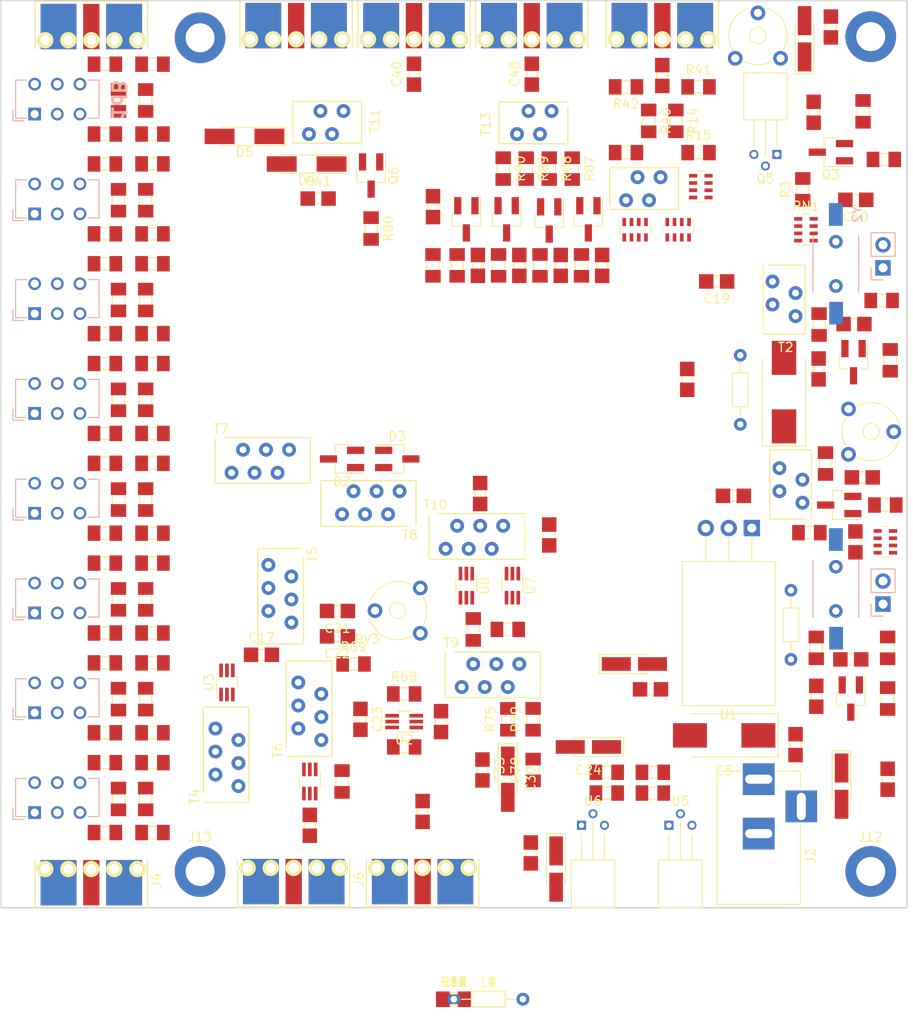
<source format=kicad_pcb>
(kicad_pcb (version 4) (host pcbnew 4.0.7-e2-6376~58~ubuntu14.04.1)
  (layers (0 F.Cu signal) (31 B.Cu signal) (34 B.Paste user) (35 F.Paste user) (36 B.SilkS user) (37 F.SilkS user) (38 B.Mask user) (39 F.Mask user) (44 Edge.Cuts user))
  (net 0 "")
  (net 1 GND)
  (net 2 "Net-(C2-Pad1)")
  (net 3 "Net-(C6-Pad1)")
  (net 4 "Net-(C16-Pad2)")
  (net 5 "Net-(C11-Pad1)")
  (net 6 "Net-(C9-Pad1)")
  (net 7 "Net-(C13-Pad1)")
  (net 8 "Net-(C15-Pad2)")
  (net 9 "Net-(C15-Pad1)")
  (net 10 "Net-(C16-Pad1)")
  (net 11 +6V)
  (net 12 "Net-(C18-Pad1)")
  (net 13 "Net-(C19-Pad2)")
  (net 14 "Net-(C19-Pad1)")
  (net 15 "Net-(C21-Pad2)")
  (net 16 "Net-(C23-Pad2)")
  (net 17 LO)
  (net 18 "Net-(C31-Pad2)")
  (net 19 "Net-(C32-Pad1)")
  (net 20 "Net-(C1-Pad2)")
  (net 21 "Net-(C10-Pad1)")
  (net 22 "Net-(R4-Pad1)")
  (net 23 "Net-(R10-Pad1)")
  (net 24 "Net-(R14-Pad2)")
  (net 25 "Net-(R16-Pad1)")
  (net 26 "Net-(R20-Pad1)")
  (net 27 "Net-(C12-Pad1)")
  (net 28 "Net-(R27-Pad1)")
  (net 29 "Net-(R29-Pad1)")
  (net 30 "Net-(R33-Pad1)")
  (net 31 "Net-(R36-Pad1)")
  (net 32 "Net-(R43-Pad1)")
  (net 33 "Net-(R45-Pad1)")
  (net 34 "Net-(R49-Pad1)")
  (net 35 "Net-(R51-Pad1)")
  (net 36 "Net-(R55-Pad1)")
  (net 37 "Net-(R57-Pad1)")
  (net 38 "Net-(R61-Pad1)")
  (net 39 "Net-(R63-Pad1)")
  (net 40 "Net-(R69-Pad1)")
  (net 41 "Net-(R70-Pad1)")
  (net 42 "Net-(C10-Pad2)")
  (net 43 "Net-(C12-Pad2)")
  (net 44 "Net-(RN3-Pad1)")
  (net 45 "Net-(Q3-Pad3)")
  (net 46 "Net-(Q4-Pad3)")
  (net 47 "Net-(C32-Pad2)")
  (net 48 "Net-(C13-Pad2)")
  (net 49 "Net-(C31-Pad1)")
  (net 50 "Net-(C18-Pad2)")
  (net 51 "Net-(J3-Pad1)")
  (net 52 "Net-(J4-Pad1)")
  (net 53 "Net-(SW1-Pad1)")
  (net 54 "Net-(SW1-Pad2)")
  (net 55 "Net-(SW2-Pad1)")
  (net 56 "Net-(SW2-Pad2)")
  (net 57 "Net-(SW3-Pad1)")
  (net 58 "Net-(SW3-Pad2)")
  (net 59 "Net-(SW4-Pad1)")
  (net 60 "Net-(SW4-Pad2)")
  (net 61 "Net-(SW5-Pad1)")
  (net 62 "Net-(SW5-Pad2)")
  (net 63 "Net-(SW6-Pad1)")
  (net 64 "Net-(SW6-Pad2)")
  (net 65 "Net-(SW7-Pad1)")
  (net 66 "Net-(SW7-Pad2)")
  (net 67 "Net-(SW8-Pad1)")
  (net 68 "Net-(C14-Pad1)")
  (net 69 "Net-(T4-Pad3)")
  (net 70 "Net-(T4-Pad4)")
  (net 71 "Net-(T4-Pad6)")
  (net 72 "Net-(T5-Pad6)")
  (net 73 "Net-(T6-Pad3)")
  (net 74 "Net-(T6-Pad6)")
  (net 75 +5V)
  (net 76 VXO)
  (net 77 "Net-(C24-Pad1)")
  (net 78 IF)
  (net 79 RF)
  (net 80 "Net-(D2-Pad1)")
  (net 81 "Net-(D2-Pad2)")
  (net 82 "Net-(D3-Pad3)")
  (net 83 "Net-(D2-Pad3)")
  (net 84 +12V)
  (net 85 "Net-(C30-Pad1)")
  (net 86 "Net-(T10-Pad3)")
  (net 87 "Net-(C34-Pad2)")
  (net 88 "Net-(R75-Pad2)")
  (net 89 "Net-(R76-Pad1)")
  (net 90 "Net-(R77-Pad1)")
  (net 91 "Net-(T9-Pad3)")
  (net 92 "Net-(T9-Pad6)")
  (net 93 "Net-(T10-Pad6)")
  (net 94 TX)
  (net 95 RX)
  (net 96 "Net-(C38-Pad1)")
  (net 97 "Net-(C39-Pad1)")
  (net 98 "Net-(C40-Pad2)")
  (net 99 "Net-(C40-Pad1)")
  (net 100 "Net-(C41-Pad2)")
  (net 101 "Net-(C41-Pad1)")
  (net 102 "Net-(C42-Pad2)")
  (net 103 "Net-(C42-Pad1)")
  (net 104 "Net-(C43-Pad2)")
  (net 105 "Net-(C43-Pad1)")
  (net 106 "Net-(C44-Pad2)")
  (net 107 "Net-(C45-Pad2)")
  (net 108 "Net-(C46-Pad2)")
  (net 109 "Net-(C47-Pad2)")
  (net 110 "Net-(C47-Pad1)")
  (net 111 "Net-(C48-Pad2)")
  (net 112 "Net-(C48-Pad1)")
  (net 113 "Net-(C49-Pad1)")
  (net 114 "Net-(C50-Pad1)")
  (net 115 "Net-(C53-Pad2)")
  (net 116 "Net-(D7-Pad1)")
  (net 117 "Net-(Q10-Pad2)")
  (net 118 "Net-(D4-Pad1)")
  (module TO_SOT_Packages_SMD:SOT-23_Handsoldering (layer F.Cu) (at 128.524 54.229 270)
    (fp_text reference Q9 hide)
    (fp_text value MMBTFJ310 hide)
    (pad 1 smd rect (at -1.5 -0.95 270) (size 1.9 0.8) (layers F.Cu F.Paste F.Mask) (net 107 "Net-(C45-Pad2)"))
    (pad 2 smd rect (at -1.5 0.95 270) (size 1.9 0.8) (layers F.Cu F.Paste F.Mask) (net 117 "Net-(Q10-Pad2)"))
    (pad 3 smd rect (at 1.5 0 270) (size 1.9 0.8) (layers F.Cu F.Paste F.Mask) (net 110 "Net-(C47-Pad1)"))
  )
  (module RX998:C_1206_0603 (layer F.Cu) (at 161.798 102.616 180)
    (fp_text reference C9 hide)
    (fp_text value 68)
    (pad 2 smd rect (at 1.15 0 180) (size 1.6 1.6) (layers F.Cu F.Paste F.Mask) (net 5 "Net-(C11-Pad1)"))
    (pad 1 smd rect (at -1.15 0 180) (size 1.6 1.6) (layers F.Cu F.Paste F.Mask) (net 6 "Net-(C9-Pad1)"))
  )
  (module RX998:C_1206_0603 (layer F.Cu) (at 157.988 106.68 270)
    (fp_text reference C11 hide)
    (fp_text value 100 hide)
    (pad 2 smd rect (at 1.15 0 270) (size 1.6 1.6) (layers F.Cu F.Paste F.Mask) (net 1 GND))
    (pad 1 smd rect (at -1.15 0 270) (size 1.6 1.6) (layers F.Cu F.Paste F.Mask) (net 5 "Net-(C11-Pad1)"))
  )
  (module RX998:C_1206_0603 (layer F.Cu) (at 163.068 82.55)
    (fp_text reference C13 hide)
    (fp_text value 100nF hide)
    (pad 2 smd rect (at 1.15 0) (size 1.6 1.6) (layers F.Cu F.Paste F.Mask) (net 48 "Net-(C13-Pad2)"))
    (pad 1 smd rect (at -1.15 0) (size 1.6 1.6) (layers F.Cu F.Paste F.Mask) (net 7 "Net-(C13-Pad1)"))
  )
  (module RX998:C_1206_0603 (layer F.Cu) (at 114.554 119.38 90)
    (fp_text reference C14 hide)
    (fp_text value 100nF hide)
    (pad 2 smd rect (at 1.15 0 90) (size 1.6 1.6) (layers F.Cu F.Paste F.Mask) (net 76 VXO))
    (pad 1 smd rect (at -1.15 0 90) (size 1.6 1.6) (layers F.Cu F.Paste F.Mask) (net 68 "Net-(C14-Pad1)"))
  )
  (module RX998:C_1206_0603 (layer F.Cu) (at 116.586 109.474 90)
    (fp_text reference C15 hide)
    (fp_text value 100nF hide)
    (pad 2 smd rect (at 1.15 0 90) (size 1.6 1.6) (layers F.Cu F.Paste F.Mask) (net 8 "Net-(C15-Pad2)"))
    (pad 1 smd rect (at -1.15 0 90) (size 1.6 1.6) (layers F.Cu F.Paste F.Mask) (net 9 "Net-(C15-Pad1)"))
  )
  (module RX998:C_1206_0603 (layer F.Cu) (at 96.774 102.108)
    (fp_text reference C17 (at 0 -1.9) (layer F.SilkS))
    (fp_text value 100nF)
    (pad 2 smd rect (at 1.15 0) (size 1.6 1.6) (layers F.Cu F.Paste F.Mask) (net 1 GND))
    (pad 1 smd rect (at -1.15 0) (size 1.6 1.6) (layers F.Cu F.Paste F.Mask) (net 11 +6V))
  )
  (module RX998:C_1206_0603 (layer F.Cu) (at 147 60.95 180)
    (fp_text reference C19 (at 0 -1.9 180) (layer F.SilkS))
    (fp_text value 100nF)
    (pad 2 smd rect (at 1.15 0 180) (size 1.6 1.6) (layers F.Cu F.Paste F.Mask) (net 13 "Net-(C19-Pad2)"))
    (pad 1 smd rect (at -1.15 0 180) (size 1.6 1.6) (layers F.Cu F.Paste F.Mask) (net 14 "Net-(C19-Pad1)"))
  )
  (module RX998:C_1206_0603 (layer F.Cu) (at 102.108 120.904 270)
    (fp_text reference C20 hide)
    (fp_text value 100nF hide)
    (pad 2 smd rect (at 1.15 0 270) (size 1.6 1.6) (layers F.Cu F.Paste F.Mask) (net 1 GND))
    (pad 1 smd rect (at -1.15 0 270) (size 1.6 1.6) (layers F.Cu F.Paste F.Mask) (net 11 +6V))
  )
  (module RX998:C_1206_0603 (layer F.Cu) (at 105.156 97.282 180)
    (fp_text reference C21 (at 0 -1.9 180) (layer F.SilkS))
    (fp_text value 100nF)
    (pad 2 smd rect (at 1.15 0 180) (size 1.6 1.6) (layers F.Cu F.Paste F.Mask) (net 15 "Net-(C21-Pad2)"))
    (pad 1 smd rect (at -1.15 0 180) (size 1.6 1.6) (layers F.Cu F.Paste F.Mask) (net 1 GND))
  )
  (module RX998:C_1206_0603 (layer F.Cu) (at 105.156 100.076 180)
    (fp_text reference C22 (at 0 -1.9 180) (layer F.SilkS))
    (fp_text value 100nF)
    (pad 2 smd rect (at 1.15 0 180) (size 1.6 1.6) (layers F.Cu F.Paste F.Mask) (net 15 "Net-(C21-Pad2)"))
    (pad 1 smd rect (at -1.15 0 180) (size 1.6 1.6) (layers F.Cu F.Paste F.Mask) (net 1 GND))
  )
  (module RX998:C_1206_0603 (layer F.Cu) (at 107.696 109.22 270)
    (fp_text reference C23 (at 0 -1.9 270) (layer F.SilkS))
    (fp_text value 100nF)
    (pad 2 smd rect (at 1.15 0 270) (size 1.6 1.6) (layers F.Cu F.Paste F.Mask) (net 16 "Net-(C23-Pad2)"))
    (pad 1 smd rect (at -1.15 0 270) (size 1.6 1.6) (layers F.Cu F.Paste F.Mask) (net 17 LO))
  )
  (module RX998:C_1206_0603 (layer F.Cu) (at 143.75 71.75 270)
    (fp_text reference C31 hide)
    (fp_text value 100nF hide)
    (pad 2 smd rect (at 1.15 0 270) (size 1.6 1.6) (layers F.Cu F.Paste F.Mask) (net 18 "Net-(C31-Pad2)"))
    (pad 1 smd rect (at -1.15 0 270) (size 1.6 1.6) (layers F.Cu F.Paste F.Mask) (net 49 "Net-(C31-Pad1)"))
  )
  (module Resistors_ThroughHole:R_Axial_DIN0204_L3.6mm_D1.6mm_P7.62mm_Horizontal (layer F.Cu) (at 149.606 76.708 90)
    (fp_text reference L1 hide)
    (fp_text value 100uH hide)
    (pad 1 thru_hole circle (at 0 0 90) (size 1.4 1.4) (drill 0.7) (layers *.Cu *.Mask) (net 20 "Net-(C1-Pad2)"))
    (pad 2 thru_hole oval (at 7.62 0 90) (size 1.4 1.4) (drill 0.7) (layers *.Cu *.Mask) (net 2 "Net-(C2-Pad1)"))
  )
  (module Resistors_ThroughHole:R_Axial_DIN0204_L3.6mm_D1.6mm_P7.62mm_Horizontal (layer F.Cu) (at 155.194 94.996 270)
    (fp_text reference L2 hide)
    (fp_text value 100uH hide)
    (pad 1 thru_hole circle (at 0 0 270) (size 1.4 1.4) (drill 0.7) (layers *.Cu *.Mask) (net 20 "Net-(C1-Pad2)"))
    (pad 2 thru_hole oval (at 7.62 0 270) (size 1.4 1.4) (drill 0.7) (layers *.Cu *.Mask) (net 3 "Net-(C6-Pad1)"))
  )
  (module RX998:R_1206_0603 (layer F.Cu) (at 157.988 101.346 90)
    (fp_text reference R6 hide)
    (fp_text value 330 hide)
    (pad 1 smd rect (at -1.2 0 180) (size 1.7 1.4) (layers F.Cu F.Paste F.Mask) (net 5 "Net-(C11-Pad1)"))
    (pad 2 smd rect (at 1.2 0 90) (size 1.4 1.7) (layers F.Cu F.Paste F.Mask) (net 1 GND))
  )
  (module RX998:R_1206_0603 (layer F.Cu) (at 165.862 101.346 90)
    (fp_text reference R12 hide)
    (fp_text value 3.3k hide)
    (pad 1 smd rect (at -1.2 0 180) (size 1.7 1.4) (layers F.Cu F.Paste F.Mask) (net 6 "Net-(C9-Pad1)"))
    (pad 2 smd rect (at 1.2 0 90) (size 1.4 1.7) (layers F.Cu F.Paste F.Mask) (net 1 GND))
  )
  (module RX998:R_1206_0603 (layer F.Cu) (at 165.45 47.5)
    (fp_text reference R18 hide)
    (fp_text value 1.2k hide)
    (pad 1 smd rect (at -1.2 0 90) (size 1.7 1.4) (layers F.Cu F.Paste F.Mask) (net 21 "Net-(C10-Pad1)"))
    (pad 2 smd rect (at 1.2 0) (size 1.4 1.7) (layers F.Cu F.Paste F.Mask) (net 1 GND))
  )
  (module RX998:R_1206_0603 (layer F.Cu) (at 163.15 42.2 90)
    (fp_text reference R19 hide)
    (fp_text value 75 hide)
    (pad 1 smd rect (at -1.2 0 180) (size 1.7 1.4) (layers F.Cu F.Paste F.Mask) (net 19 "Net-(C32-Pad1)"))
    (pad 2 smd rect (at 1.2 0 90) (size 1.4 1.7) (layers F.Cu F.Paste F.Mask) (net 1 GND))
  )
  (module RX998:R_1206_0603 (layer F.Cu) (at 81 52 90)
    (fp_text reference R21 hide)
    (fp_text value 68 hide)
    (pad 1 smd rect (at -1.2 0 180) (size 1.7 1.4) (layers F.Cu F.Paste F.Mask) (net 26 "Net-(R20-Pad1)"))
    (pad 2 smd rect (at 1.2 0 90) (size 1.4 1.7) (layers F.Cu F.Paste F.Mask) (net 25 "Net-(R16-Pad1)"))
  )
  (module RX998:R_1206_0603 (layer F.Cu) (at 165.608 85.598)
    (fp_text reference R23 hide)
    (fp_text value 1.2k hide)
    (pad 1 smd rect (at -1.2 0 90) (size 1.7 1.4) (layers F.Cu F.Paste F.Mask) (net 27 "Net-(C12-Pad1)"))
    (pad 2 smd rect (at 1.2 0) (size 1.4 1.7) (layers F.Cu F.Paste F.Mask) (net 1 GND))
  )
  (module RX998:R_1206_0603 (layer F.Cu) (at 84.75 55.704)
    (fp_text reference R24 hide)
    (fp_text value 33 hide)
    (pad 1 smd rect (at -1.2 0 90) (size 1.7 1.4) (layers F.Cu F.Paste F.Mask) (net 26 "Net-(R20-Pad1)"))
    (pad 2 smd rect (at 1.2 0) (size 1.4 1.7) (layers F.Cu F.Paste F.Mask) (net 1 GND))
  )
  (module RX998:R_1206_0603 (layer F.Cu) (at 79.5 55.704 180)
    (fp_text reference R25 hide)
    (fp_text value 33 hide)
    (pad 1 smd rect (at -1.2 0 270) (size 1.7 1.4) (layers F.Cu F.Paste F.Mask) (net 26 "Net-(R20-Pad1)"))
    (pad 2 smd rect (at 1.2 0 180) (size 1.4 1.7) (layers F.Cu F.Paste F.Mask) (net 1 GND))
  )
  (module RX998:R_1206_0603 (layer F.Cu) (at 159.004 81.026 90)
    (fp_text reference R26 hide)
    (fp_text value 75 hide)
    (pad 1 smd rect (at -1.2 0 180) (size 1.7 1.4) (layers F.Cu F.Paste F.Mask) (net 7 "Net-(C13-Pad1)"))
    (pad 2 smd rect (at 1.2 0 90) (size 1.4 1.7) (layers F.Cu F.Paste F.Mask) (net 1 GND))
  )
  (module RX998:R_1206_0603 (layer F.Cu) (at 84.75 59)
    (fp_text reference R27 hide)
    (fp_text value 33 hide)
    (pad 1 smd rect (at -1.2 0 90) (size 1.7 1.4) (layers F.Cu F.Paste F.Mask) (net 28 "Net-(R27-Pad1)"))
    (pad 2 smd rect (at 1.2 0) (size 1.4 1.7) (layers F.Cu F.Paste F.Mask) (net 1 GND))
  )
  (module RX998:R_1206_0603 (layer F.Cu) (at 79.5 59 180)
    (fp_text reference R28 hide)
    (fp_text value 33 hide)
    (pad 1 smd rect (at -1.2 0 270) (size 1.7 1.4) (layers F.Cu F.Paste F.Mask) (net 28 "Net-(R27-Pad1)"))
    (pad 2 smd rect (at 1.2 0 180) (size 1.4 1.7) (layers F.Cu F.Paste F.Mask) (net 1 GND))
  )
  (module RX998:R_1206_0603 (layer F.Cu) (at 81 63 90)
    (fp_text reference R29 hide)
    (fp_text value 68 hide)
    (pad 1 smd rect (at -1.2 0 180) (size 1.7 1.4) (layers F.Cu F.Paste F.Mask) (net 29 "Net-(R29-Pad1)"))
    (pad 2 smd rect (at 1.2 0 90) (size 1.4 1.7) (layers F.Cu F.Paste F.Mask) (net 28 "Net-(R27-Pad1)"))
  )
  (module RX998:R_1206_0603 (layer F.Cu) (at 84 63 90)
    (fp_text reference R30 hide)
    (fp_text value 68 hide)
    (pad 1 smd rect (at -1.2 0 180) (size 1.7 1.4) (layers F.Cu F.Paste F.Mask) (net 29 "Net-(R29-Pad1)"))
    (pad 2 smd rect (at 1.2 0 90) (size 1.4 1.7) (layers F.Cu F.Paste F.Mask) (net 28 "Net-(R27-Pad1)"))
  )
  (module RX998:R_1206_0603 (layer F.Cu) (at 84.75 66.704)
    (fp_text reference R31 hide)
    (fp_text value 33 hide)
    (pad 1 smd rect (at -1.2 0 90) (size 1.7 1.4) (layers F.Cu F.Paste F.Mask) (net 29 "Net-(R29-Pad1)"))
    (pad 2 smd rect (at 1.2 0) (size 1.4 1.7) (layers F.Cu F.Paste F.Mask) (net 1 GND))
  )
  (module RX998:R_1206_0603 (layer F.Cu) (at 79.5 66.704 180)
    (fp_text reference R32 hide)
    (fp_text value 33 hide)
    (pad 1 smd rect (at -1.2 0 270) (size 1.7 1.4) (layers F.Cu F.Paste F.Mask) (net 29 "Net-(R29-Pad1)"))
    (pad 2 smd rect (at 1.2 0 180) (size 1.4 1.7) (layers F.Cu F.Paste F.Mask) (net 1 GND))
  )
  (module RX998:R_1206_0603 (layer F.Cu) (at 79.5 70 180)
    (fp_text reference R33 hide)
    (fp_text value 33 hide)
    (pad 1 smd rect (at -1.2 0 270) (size 1.7 1.4) (layers F.Cu F.Paste F.Mask) (net 30 "Net-(R33-Pad1)"))
    (pad 2 smd rect (at 1.2 0 180) (size 1.4 1.7) (layers F.Cu F.Paste F.Mask) (net 1 GND))
  )
  (module RX998:R_1206_0603 (layer F.Cu) (at 84.75 70)
    (fp_text reference R34 hide)
    (fp_text value 33 hide)
    (pad 1 smd rect (at -1.2 0 90) (size 1.7 1.4) (layers F.Cu F.Paste F.Mask) (net 30 "Net-(R33-Pad1)"))
    (pad 2 smd rect (at 1.2 0) (size 1.4 1.7) (layers F.Cu F.Paste F.Mask) (net 1 GND))
  )
  (module RX998:R_1206_0603 (layer F.Cu) (at 81 74 90)
    (fp_text reference R36 hide)
    (fp_text value 68 hide)
    (pad 1 smd rect (at -1.2 0 180) (size 1.7 1.4) (layers F.Cu F.Paste F.Mask) (net 31 "Net-(R36-Pad1)"))
    (pad 2 smd rect (at 1.2 0 90) (size 1.4 1.7) (layers F.Cu F.Paste F.Mask) (net 30 "Net-(R33-Pad1)"))
  )
  (module RX998:R_1206_0603 (layer F.Cu) (at 84 74 90)
    (fp_text reference R37 hide)
    (fp_text value 68 hide)
    (pad 1 smd rect (at -1.2 0 180) (size 1.7 1.4) (layers F.Cu F.Paste F.Mask) (net 31 "Net-(R36-Pad1)"))
    (pad 2 smd rect (at 1.2 0 90) (size 1.4 1.7) (layers F.Cu F.Paste F.Mask) (net 30 "Net-(R33-Pad1)"))
  )
  (module RX998:R_1206_0603 (layer F.Cu) (at 84.75 77.704)
    (fp_text reference R38 hide)
    (fp_text value 33 hide)
    (pad 1 smd rect (at -1.2 0 90) (size 1.7 1.4) (layers F.Cu F.Paste F.Mask) (net 31 "Net-(R36-Pad1)"))
    (pad 2 smd rect (at 1.2 0) (size 1.4 1.7) (layers F.Cu F.Paste F.Mask) (net 1 GND))
  )
  (module RX998:R_1206_0603 (layer F.Cu) (at 79.5 77.704 180)
    (fp_text reference R39 hide)
    (fp_text value 33 hide)
    (pad 1 smd rect (at -1.2 0 270) (size 1.7 1.4) (layers F.Cu F.Paste F.Mask) (net 31 "Net-(R36-Pad1)"))
    (pad 2 smd rect (at 1.2 0 180) (size 1.4 1.7) (layers F.Cu F.Paste F.Mask) (net 1 GND))
  )
  (module RX998:R_1206_0603 (layer F.Cu) (at 84.75 81)
    (fp_text reference R43 hide)
    (fp_text value 33 hide)
    (pad 1 smd rect (at -1.2 0 90) (size 1.7 1.4) (layers F.Cu F.Paste F.Mask) (net 32 "Net-(R43-Pad1)"))
    (pad 2 smd rect (at 1.2 0) (size 1.4 1.7) (layers F.Cu F.Paste F.Mask) (net 1 GND))
  )
  (module RX998:R_1206_0603 (layer F.Cu) (at 79.5 81 180)
    (fp_text reference R44 hide)
    (fp_text value 33 hide)
    (pad 1 smd rect (at -1.2 0 270) (size 1.7 1.4) (layers F.Cu F.Paste F.Mask) (net 32 "Net-(R43-Pad1)"))
    (pad 2 smd rect (at 1.2 0 180) (size 1.4 1.7) (layers F.Cu F.Paste F.Mask) (net 1 GND))
  )
  (module RX998:R_1206_0603 (layer F.Cu) (at 81 85 90)
    (fp_text reference R45 hide)
    (fp_text value 68 hide)
    (pad 1 smd rect (at -1.2 0 180) (size 1.7 1.4) (layers F.Cu F.Paste F.Mask) (net 33 "Net-(R45-Pad1)"))
    (pad 2 smd rect (at 1.2 0 90) (size 1.4 1.7) (layers F.Cu F.Paste F.Mask) (net 32 "Net-(R43-Pad1)"))
  )
  (module RX998:R_1206_0603 (layer F.Cu) (at 84 85 90)
    (fp_text reference R46 hide)
    (fp_text value 68 hide)
    (pad 1 smd rect (at -1.2 0 180) (size 1.7 1.4) (layers F.Cu F.Paste F.Mask) (net 33 "Net-(R45-Pad1)"))
    (pad 2 smd rect (at 1.2 0 90) (size 1.4 1.7) (layers F.Cu F.Paste F.Mask) (net 32 "Net-(R43-Pad1)"))
  )
  (module RX998:R_1206_0603 (layer F.Cu) (at 84.75 88.704)
    (fp_text reference R47 hide)
    (fp_text value 33 hide)
    (pad 1 smd rect (at -1.2 0 90) (size 1.7 1.4) (layers F.Cu F.Paste F.Mask) (net 33 "Net-(R45-Pad1)"))
    (pad 2 smd rect (at 1.2 0) (size 1.4 1.7) (layers F.Cu F.Paste F.Mask) (net 1 GND))
  )
  (module RX998:R_1206_0603 (layer F.Cu) (at 79.5 88.704 180)
    (fp_text reference R48 hide)
    (fp_text value 33 hide)
    (pad 1 smd rect (at -1.2 0 270) (size 1.7 1.4) (layers F.Cu F.Paste F.Mask) (net 33 "Net-(R45-Pad1)"))
    (pad 2 smd rect (at 1.2 0 180) (size 1.4 1.7) (layers F.Cu F.Paste F.Mask) (net 1 GND))
  )
  (module RX998:R_1206_0603 (layer F.Cu) (at 84.75 92)
    (fp_text reference R49 hide)
    (fp_text value 33 hide)
    (pad 1 smd rect (at -1.2 0 90) (size 1.7 1.4) (layers F.Cu F.Paste F.Mask) (net 34 "Net-(R49-Pad1)"))
    (pad 2 smd rect (at 1.2 0) (size 1.4 1.7) (layers F.Cu F.Paste F.Mask) (net 1 GND))
  )
  (module RX998:R_1206_0603 (layer F.Cu) (at 79.5 92 180)
    (fp_text reference R50 hide)
    (fp_text value 33 hide)
    (pad 1 smd rect (at -1.2 0 270) (size 1.7 1.4) (layers F.Cu F.Paste F.Mask) (net 34 "Net-(R49-Pad1)"))
    (pad 2 smd rect (at 1.2 0 180) (size 1.4 1.7) (layers F.Cu F.Paste F.Mask) (net 1 GND))
  )
  (module RX998:R_1206_0603 (layer F.Cu) (at 84 96 90)
    (fp_text reference R51 hide)
    (fp_text value 68 hide)
    (pad 1 smd rect (at -1.2 0 180) (size 1.7 1.4) (layers F.Cu F.Paste F.Mask) (net 35 "Net-(R51-Pad1)"))
    (pad 2 smd rect (at 1.2 0 90) (size 1.4 1.7) (layers F.Cu F.Paste F.Mask) (net 34 "Net-(R49-Pad1)"))
  )
  (module RX998:R_1206_0603 (layer F.Cu) (at 81 96 90)
    (fp_text reference R52 hide)
    (fp_text value 68 hide)
    (pad 1 smd rect (at -1.2 0 180) (size 1.7 1.4) (layers F.Cu F.Paste F.Mask) (net 35 "Net-(R51-Pad1)"))
    (pad 2 smd rect (at 1.2 0 90) (size 1.4 1.7) (layers F.Cu F.Paste F.Mask) (net 34 "Net-(R49-Pad1)"))
  )
  (module RX998:R_1206_0603 (layer F.Cu) (at 84.75 99.704)
    (fp_text reference R53 hide)
    (fp_text value 33 hide)
    (pad 1 smd rect (at -1.2 0 90) (size 1.7 1.4) (layers F.Cu F.Paste F.Mask) (net 35 "Net-(R51-Pad1)"))
    (pad 2 smd rect (at 1.2 0) (size 1.4 1.7) (layers F.Cu F.Paste F.Mask) (net 1 GND))
  )
  (module RX998:R_1206_0603 (layer F.Cu) (at 79.5 99.704 180)
    (fp_text reference R54 hide)
    (fp_text value 33 hide)
    (pad 1 smd rect (at -1.2 0 270) (size 1.7 1.4) (layers F.Cu F.Paste F.Mask) (net 35 "Net-(R51-Pad1)"))
    (pad 2 smd rect (at 1.2 0 180) (size 1.4 1.7) (layers F.Cu F.Paste F.Mask) (net 1 GND))
  )
  (module RX998:R_1206_0603 (layer F.Cu) (at 84.75 103)
    (fp_text reference R55 hide)
    (fp_text value 33 hide)
    (pad 1 smd rect (at -1.2 0 90) (size 1.7 1.4) (layers F.Cu F.Paste F.Mask) (net 36 "Net-(R55-Pad1)"))
    (pad 2 smd rect (at 1.2 0) (size 1.4 1.7) (layers F.Cu F.Paste F.Mask) (net 1 GND))
  )
  (module RX998:R_1206_0603 (layer F.Cu) (at 79.5 103 180)
    (fp_text reference R56 hide)
    (fp_text value 33 hide)
    (pad 1 smd rect (at -1.2 0 270) (size 1.7 1.4) (layers F.Cu F.Paste F.Mask) (net 36 "Net-(R55-Pad1)"))
    (pad 2 smd rect (at 1.2 0 180) (size 1.4 1.7) (layers F.Cu F.Paste F.Mask) (net 1 GND))
  )
  (module RX998:R_1206_0603 (layer F.Cu) (at 81 107 90)
    (fp_text reference R57 hide)
    (fp_text value 68 hide)
    (pad 1 smd rect (at -1.2 0 180) (size 1.7 1.4) (layers F.Cu F.Paste F.Mask) (net 37 "Net-(R57-Pad1)"))
    (pad 2 smd rect (at 1.2 0 90) (size 1.4 1.7) (layers F.Cu F.Paste F.Mask) (net 36 "Net-(R55-Pad1)"))
  )
  (module RX998:R_1206_0603 (layer F.Cu) (at 84 107 90)
    (fp_text reference R58 hide)
    (fp_text value 68 hide)
    (pad 1 smd rect (at -1.2 0 180) (size 1.7 1.4) (layers F.Cu F.Paste F.Mask) (net 37 "Net-(R57-Pad1)"))
    (pad 2 smd rect (at 1.2 0 90) (size 1.4 1.7) (layers F.Cu F.Paste F.Mask) (net 36 "Net-(R55-Pad1)"))
  )
  (module RX998:R_1206_0603 (layer F.Cu) (at 84.75 110.704)
    (fp_text reference R59 hide)
    (fp_text value 33 hide)
    (pad 1 smd rect (at -1.2 0 90) (size 1.7 1.4) (layers F.Cu F.Paste F.Mask) (net 37 "Net-(R57-Pad1)"))
    (pad 2 smd rect (at 1.2 0) (size 1.4 1.7) (layers F.Cu F.Paste F.Mask) (net 1 GND))
  )
  (module RX998:R_1206_0603 (layer F.Cu) (at 79.5 110.704 180)
    (fp_text reference R60 hide)
    (fp_text value 33 hide)
    (pad 1 smd rect (at -1.2 0 270) (size 1.7 1.4) (layers F.Cu F.Paste F.Mask) (net 37 "Net-(R57-Pad1)"))
    (pad 2 smd rect (at 1.2 0 180) (size 1.4 1.7) (layers F.Cu F.Paste F.Mask) (net 1 GND))
  )
  (module RX998:R_1206_0603 (layer F.Cu) (at 84.75 114)
    (fp_text reference R61 hide)
    (fp_text value 33 hide)
    (pad 1 smd rect (at -1.2 0 90) (size 1.7 1.4) (layers F.Cu F.Paste F.Mask) (net 38 "Net-(R61-Pad1)"))
    (pad 2 smd rect (at 1.2 0) (size 1.4 1.7) (layers F.Cu F.Paste F.Mask) (net 1 GND))
  )
  (module RX998:R_1206_0603 (layer F.Cu) (at 79.5 114 180)
    (fp_text reference R62 hide)
    (fp_text value 33 hide)
    (pad 1 smd rect (at -1.2 0 270) (size 1.7 1.4) (layers F.Cu F.Paste F.Mask) (net 38 "Net-(R61-Pad1)"))
    (pad 2 smd rect (at 1.2 0 180) (size 1.4 1.7) (layers F.Cu F.Paste F.Mask) (net 1 GND))
  )
  (module RX998:R_1206_0603 (layer F.Cu) (at 81 118 90)
    (fp_text reference R63 hide)
    (fp_text value 68 hide)
    (pad 1 smd rect (at -1.2 0 180) (size 1.7 1.4) (layers F.Cu F.Paste F.Mask) (net 39 "Net-(R63-Pad1)"))
    (pad 2 smd rect (at 1.2 0 90) (size 1.4 1.7) (layers F.Cu F.Paste F.Mask) (net 38 "Net-(R61-Pad1)"))
  )
  (module RX998:R_1206_0603 (layer F.Cu) (at 84 118 90)
    (fp_text reference R64 hide)
    (fp_text value 68 hide)
    (pad 1 smd rect (at -1.2 0 180) (size 1.7 1.4) (layers F.Cu F.Paste F.Mask) (net 39 "Net-(R63-Pad1)"))
    (pad 2 smd rect (at 1.2 0 90) (size 1.4 1.7) (layers F.Cu F.Paste F.Mask) (net 38 "Net-(R61-Pad1)"))
  )
  (module RX998:R_1206_0603 (layer F.Cu) (at 84.75 121.704)
    (fp_text reference R65 hide)
    (fp_text value 33 hide)
    (pad 1 smd rect (at -1.2 0 90) (size 1.7 1.4) (layers F.Cu F.Paste F.Mask) (net 39 "Net-(R63-Pad1)"))
    (pad 2 smd rect (at 1.2 0) (size 1.4 1.7) (layers F.Cu F.Paste F.Mask) (net 1 GND))
  )
  (module RX998:R_1206_0603 (layer F.Cu) (at 79.5 121.704 180)
    (fp_text reference R66 hide)
    (fp_text value 33 hide)
    (pad 1 smd rect (at -1.2 0 270) (size 1.7 1.4) (layers F.Cu F.Paste F.Mask) (net 39 "Net-(R63-Pad1)"))
    (pad 2 smd rect (at 1.2 0 180) (size 1.4 1.7) (layers F.Cu F.Paste F.Mask) (net 1 GND))
  )
  (module RX998:R_1206_0603 (layer F.Cu) (at 112.522 112.268)
    (fp_text reference R67 hide)
    (fp_text value 1M hide)
    (pad 1 smd rect (at -1.2 0 90) (size 1.7 1.4) (layers F.Cu F.Paste F.Mask) (net 9 "Net-(C15-Pad1)"))
    (pad 2 smd rect (at 1.2 0) (size 1.4 1.7) (layers F.Cu F.Paste F.Mask) (net 76 VXO))
  )
  (module RX998:R_1206_0603 (layer F.Cu) (at 112.522 106.426)
    (fp_text reference R68 (at 0 -1.9) (layer F.SilkS))
    (fp_text value 1M hide)
    (pad 1 smd rect (at -1.2 0 90) (size 1.7 1.4) (layers F.Cu F.Paste F.Mask) (net 17 LO))
    (pad 2 smd rect (at 1.2 0) (size 1.4 1.7) (layers F.Cu F.Paste F.Mask) (net 8 "Net-(C15-Pad2)"))
  )
  (module RX998:R_1206_0603 (layer F.Cu) (at 106.934 103.124)
    (fp_text reference R69 (at 0 -1.9) (layer F.SilkS))
    (fp_text value 10 hide)
    (pad 1 smd rect (at -1.2 0 90) (size 1.7 1.4) (layers F.Cu F.Paste F.Mask) (net 40 "Net-(R69-Pad1)"))
    (pad 2 smd rect (at 1.2 0) (size 1.4 1.7) (layers F.Cu F.Paste F.Mask) (net 16 "Net-(C23-Pad2)"))
  )
  (module RX998:R_1206_0603 (layer F.Cu) (at 105.664 116.078 90)
    (fp_text reference R70 hide)
    (fp_text value 10 hide)
    (pad 1 smd rect (at -1.2 0 180) (size 1.7 1.4) (layers F.Cu F.Paste F.Mask) (net 41 "Net-(R70-Pad1)"))
    (pad 2 smd rect (at 1.2 0 90) (size 1.4 1.7) (layers F.Cu F.Paste F.Mask) (net 16 "Net-(C23-Pad2)"))
  )
  (module Resistors_SMD:R_Array_Concave_4x0603 (layer F.Cu) (at 156.85 55.25)
    (fp_text reference RN1 (at 0 -2.6) (layer F.SilkS))
    (fp_text value "200(50)")
    (pad 2 smd rect (at -0.85 -0.4) (size 0.9 0.4) (layers F.Cu F.Paste F.Mask) (net 1 GND))
    (pad 3 smd rect (at -0.85 0.4) (size 0.9 0.4) (layers F.Cu F.Paste F.Mask) (net 1 GND))
    (pad 1 smd rect (at -0.85 -1.2) (size 0.9 0.4) (layers F.Cu F.Paste F.Mask) (net 1 GND))
    (pad 4 smd rect (at -0.85 1.2) (size 0.9 0.4) (layers F.Cu F.Paste F.Mask) (net 1 GND))
    (pad 8 smd rect (at 0.85 -1.2) (size 0.9 0.4) (layers F.Cu F.Paste F.Mask) (net 42 "Net-(C10-Pad2)"))
    (pad 7 smd rect (at 0.85 -0.4) (size 0.9 0.4) (layers F.Cu F.Paste F.Mask) (net 42 "Net-(C10-Pad2)"))
    (pad 6 smd rect (at 0.85 0.4) (size 0.9 0.4) (layers F.Cu F.Paste F.Mask) (net 42 "Net-(C10-Pad2)"))
    (pad 5 smd rect (at 0.85 1.2) (size 0.9 0.4) (layers F.Cu F.Paste F.Mask) (net 42 "Net-(C10-Pad2)"))
  )
  (module Resistors_SMD:R_Array_Concave_4x0603 (layer F.Cu) (at 165.608 89.662 180)
    (fp_text reference RN2 hide)
    (fp_text value "200(50)" hide)
    (pad 2 smd rect (at -0.85 -0.4 180) (size 0.9 0.4) (layers F.Cu F.Paste F.Mask) (net 1 GND))
    (pad 3 smd rect (at -0.85 0.4 180) (size 0.9 0.4) (layers F.Cu F.Paste F.Mask) (net 1 GND))
    (pad 1 smd rect (at -0.85 -1.2 180) (size 0.9 0.4) (layers F.Cu F.Paste F.Mask) (net 1 GND))
    (pad 4 smd rect (at -0.85 1.2 180) (size 0.9 0.4) (layers F.Cu F.Paste F.Mask) (net 1 GND))
    (pad 8 smd rect (at 0.85 -1.2 180) (size 0.9 0.4) (layers F.Cu F.Paste F.Mask) (net 43 "Net-(C12-Pad2)"))
    (pad 7 smd rect (at 0.85 -0.4 180) (size 0.9 0.4) (layers F.Cu F.Paste F.Mask) (net 43 "Net-(C12-Pad2)"))
    (pad 6 smd rect (at 0.85 0.4 180) (size 0.9 0.4) (layers F.Cu F.Paste F.Mask) (net 43 "Net-(C12-Pad2)"))
    (pad 5 smd rect (at 0.85 1.2 180) (size 0.9 0.4) (layers F.Cu F.Paste F.Mask) (net 43 "Net-(C12-Pad2)"))
  )
  (module Resistors_SMD:R_Array_Concave_4x0603 (layer F.Cu) (at 142.75 55.25 270)
    (fp_text reference RN3 hide)
    (fp_text value "200(50)" hide)
    (pad 2 smd rect (at -0.85 -0.4 270) (size 0.9 0.4) (layers F.Cu F.Paste F.Mask) (net 44 "Net-(RN3-Pad1)"))
    (pad 3 smd rect (at -0.85 0.4 270) (size 0.9 0.4) (layers F.Cu F.Paste F.Mask) (net 44 "Net-(RN3-Pad1)"))
    (pad 1 smd rect (at -0.85 -1.2 270) (size 0.9 0.4) (layers F.Cu F.Paste F.Mask) (net 44 "Net-(RN3-Pad1)"))
    (pad 4 smd rect (at -0.85 1.2 270) (size 0.9 0.4) (layers F.Cu F.Paste F.Mask) (net 44 "Net-(RN3-Pad1)"))
    (pad 8 smd rect (at 0.85 -1.2 270) (size 0.9 0.4) (layers F.Cu F.Paste F.Mask) (net 13 "Net-(C19-Pad2)"))
    (pad 7 smd rect (at 0.85 -0.4 270) (size 0.9 0.4) (layers F.Cu F.Paste F.Mask) (net 13 "Net-(C19-Pad2)"))
    (pad 6 smd rect (at 0.85 0.4 270) (size 0.9 0.4) (layers F.Cu F.Paste F.Mask) (net 13 "Net-(C19-Pad2)"))
    (pad 5 smd rect (at 0.85 1.2 270) (size 0.9 0.4) (layers F.Cu F.Paste F.Mask) (net 13 "Net-(C19-Pad2)"))
  )
  (module Resistors_SMD:R_Array_Concave_4x0603 (layer F.Cu) (at 138 55.25 90)
    (fp_text reference RN4 hide)
    (fp_text value "200(50)" hide)
    (pad 2 smd rect (at -0.85 -0.4 90) (size 0.9 0.4) (layers F.Cu F.Paste F.Mask) (net 1 GND))
    (pad 3 smd rect (at -0.85 0.4 90) (size 0.9 0.4) (layers F.Cu F.Paste F.Mask) (net 1 GND))
    (pad 1 smd rect (at -0.85 -1.2 90) (size 0.9 0.4) (layers F.Cu F.Paste F.Mask) (net 1 GND))
    (pad 4 smd rect (at -0.85 1.2 90) (size 0.9 0.4) (layers F.Cu F.Paste F.Mask) (net 1 GND))
    (pad 8 smd rect (at 0.85 -1.2 90) (size 0.9 0.4) (layers F.Cu F.Paste F.Mask) (net 44 "Net-(RN3-Pad1)"))
    (pad 7 smd rect (at 0.85 -0.4 90) (size 0.9 0.4) (layers F.Cu F.Paste F.Mask) (net 44 "Net-(RN3-Pad1)"))
    (pad 6 smd rect (at 0.85 0.4 90) (size 0.9 0.4) (layers F.Cu F.Paste F.Mask) (net 44 "Net-(RN3-Pad1)"))
    (pad 5 smd rect (at 0.85 1.2 90) (size 0.9 0.4) (layers F.Cu F.Paste F.Mask) (net 44 "Net-(RN3-Pad1)"))
  )
  (module Resistors_SMD:R_Array_Concave_4x0603 (layer F.Cu) (at 145.25 50.5)
    (fp_text reference RN5 hide)
    (fp_text value "200(50)" hide)
    (pad 2 smd rect (at -0.85 -0.4) (size 0.9 0.4) (layers F.Cu F.Paste F.Mask) (net 24 "Net-(R14-Pad2)"))
    (pad 3 smd rect (at -0.85 0.4) (size 0.9 0.4) (layers F.Cu F.Paste F.Mask) (net 24 "Net-(R14-Pad2)"))
    (pad 1 smd rect (at -0.85 -1.2) (size 0.9 0.4) (layers F.Cu F.Paste F.Mask) (net 24 "Net-(R14-Pad2)"))
    (pad 4 smd rect (at -0.85 1.2) (size 0.9 0.4) (layers F.Cu F.Paste F.Mask) (net 24 "Net-(R14-Pad2)"))
    (pad 8 smd rect (at 0.85 -1.2) (size 0.9 0.4) (layers F.Cu F.Paste F.Mask) (net 13 "Net-(C19-Pad2)"))
    (pad 7 smd rect (at 0.85 -0.4) (size 0.9 0.4) (layers F.Cu F.Paste F.Mask) (net 13 "Net-(C19-Pad2)"))
    (pad 6 smd rect (at 0.85 0.4) (size 0.9 0.4) (layers F.Cu F.Paste F.Mask) (net 13 "Net-(C19-Pad2)"))
    (pad 5 smd rect (at 0.85 1.2) (size 0.9 0.4) (layers F.Cu F.Paste F.Mask) (net 13 "Net-(C19-Pad2)"))
  )
  (module TO_SOT_Packages_SMD:SOT-23_Handsoldering (layer F.Cu) (at 162.1 69.85 270)
    (fp_text reference Q1 hide)
    (fp_text value MMBT9018 hide)
    (pad 1 smd rect (at -1.5 -0.95 270) (size 1.9 0.8) (layers F.Cu F.Paste F.Mask) (net 10 "Net-(C16-Pad1)"))
    (pad 2 smd rect (at -1.5 0.95 270) (size 1.9 0.8) (layers F.Cu F.Paste F.Mask) (net 4 "Net-(C16-Pad2)"))
    (pad 3 smd rect (at 1.5 0 270) (size 1.9 0.8) (layers F.Cu F.Paste F.Mask) (net 2 "Net-(C2-Pad1)"))
  )
  (module TO_SOT_Packages_SMD:SOT-23_Handsoldering (layer F.Cu) (at 161.798 106.934 270)
    (fp_text reference Q2 hide)
    (fp_text value MMBT9018 hide)
    (pad 1 smd rect (at -1.5 -0.95 270) (size 1.9 0.8) (layers F.Cu F.Paste F.Mask) (net 6 "Net-(C9-Pad1)"))
    (pad 2 smd rect (at -1.5 0.95 270) (size 1.9 0.8) (layers F.Cu F.Paste F.Mask) (net 5 "Net-(C11-Pad1)"))
    (pad 3 smd rect (at 1.5 0 270) (size 1.9 0.8) (layers F.Cu F.Paste F.Mask) (net 3 "Net-(C6-Pad1)"))
  )
  (module TTG:C_1206_0603 (layer F.Cu) (at 148.844 84.582 180)
    (fp_text reference C1 hide)
    (fp_text value 100nF hide)
    (pad 2 smd rect (at 1.15 0 180) (size 1.6 1.6) (layers F.Cu F.Paste F.Mask) (net 20 "Net-(C1-Pad2)"))
    (pad 1 smd rect (at -1.15 0 180) (size 1.6 1.6) (layers F.Cu F.Paste F.Mask) (net 1 GND))
  )
  (module TTG:C_1206_0603 (layer F.Cu) (at 155.702 112.014 90)
    (fp_text reference C3 hide)
    (fp_text value 100nF)
    (pad 2 smd rect (at 1.15 0 90) (size 1.6 1.6) (layers F.Cu F.Paste F.Mask) (net 84 +12V))
    (pad 1 smd rect (at -1.15 0 90) (size 1.6 1.6) (layers F.Cu F.Paste F.Mask) (net 1 GND))
  )
  (module TTG:C_1206_0603 (layer F.Cu) (at 159.6 32.9 90)
    (fp_text reference C4 hide)
    (fp_text value 100nF hide)
    (pad 2 smd rect (at 1.15 0 90) (size 1.6 1.6) (layers F.Cu F.Paste F.Mask) (net 1 GND))
    (pad 1 smd rect (at -1.15 0 90) (size 1.6 1.6) (layers F.Cu F.Paste F.Mask) (net 2 "Net-(C2-Pad1)"))
  )
  (module Capacitors_Tantalum_SMD:CP_Tantalum_Case-D_EIA-7343-31_Hand (layer F.Cu) (at 147.828 110.998 180)
    (fp_text reference C5 (at 0 -3.9 180) (layer F.SilkS))
    (fp_text value 100uF)
    (pad 1 smd rect (at -3.775 0 180) (size 3.75 2.7) (layers F.Cu F.Paste F.Mask) (net 84 +12V))
    (pad 2 smd rect (at 3.775 0 180) (size 3.75 2.7) (layers F.Cu F.Paste F.Mask) (net 1 GND))
  )
  (module TTG:C_1206_0603 (layer F.Cu) (at 158.25 70.6 270)
    (fp_text reference C8 hide)
    (fp_text value 100 hide)
    (pad 2 smd rect (at 1.15 0 270) (size 1.6 1.6) (layers F.Cu F.Paste F.Mask) (net 1 GND))
    (pad 1 smd rect (at -1.15 0 270) (size 1.6 1.6) (layers F.Cu F.Paste F.Mask) (net 4 "Net-(C16-Pad2)"))
  )
  (module TTG:C_1206_0603 (layer F.Cu) (at 162.15 65.65 180)
    (fp_text reference C16 hide)
    (fp_text value 68 hide)
    (pad 2 smd rect (at 1.15 0 180) (size 1.6 1.6) (layers F.Cu F.Paste F.Mask) (net 4 "Net-(C16-Pad2)"))
    (pad 1 smd rect (at -1.15 0 180) (size 1.6 1.6) (layers F.Cu F.Paste F.Mask) (net 10 "Net-(C16-Pad1)"))
  )
  (module Capacitors_Tantalum_SMD:CP_Tantalum_Case-D_EIA-7343-31_Hand (layer F.Cu) (at 154.432 73.152 90)
    (fp_text reference C28 hide)
    (fp_text value 100uF hide)
    (pad 1 smd rect (at -3.775 0 90) (size 3.75 2.7) (layers F.Cu F.Paste F.Mask) (net 20 "Net-(C1-Pad2)"))
    (pad 2 smd rect (at 3.775 0 90) (size 3.75 2.7) (layers F.Cu F.Paste F.Mask) (net 1 GND))
  )
  (module Connect:BARREL_JACK (layer F.Cu) (at 151.638 115.824 90)
    (fp_text reference J2 (at -8.45 5.75 270) (layer F.SilkS))
    (fp_text value Jack-DC)
    (pad 1 thru_hole rect (at 0 0 90) (size 3.5 3.5) (drill oval 1 3) (layers *.Cu *.Mask) (net 84 +12V))
    (pad 2 thru_hole rect (at -6 0 90) (size 3.5 3.5) (drill oval 1 3) (layers *.Cu *.Mask) (net 1 GND))
    (pad 3 thru_hole rect (at -3 4.7 90) (size 3.5 3.5) (drill oval 3 1) (layers *.Cu *.Mask) (net 1 GND))
  )
  (module TO_SOT_Packages_SMD:SOT-23_Handsoldering (layer F.Cu) (at 159.6 46.7 180)
    (fp_text reference Q3 (at 0 -2.5 180) (layer F.SilkS))
    (fp_text value MMBT9018 hide)
    (pad 1 smd rect (at -1.5 -0.95 180) (size 1.9 0.8) (layers F.Cu F.Paste F.Mask) (net 21 "Net-(C10-Pad1)"))
    (pad 2 smd rect (at -1.5 0.95 180) (size 1.9 0.8) (layers F.Cu F.Paste F.Mask) (net 19 "Net-(C32-Pad1)"))
    (pad 3 smd rect (at 1.5 0 180) (size 1.9 0.8) (layers F.Cu F.Paste F.Mask) (net 45 "Net-(Q3-Pad3)"))
  )
  (module TO_SOT_Packages_SMD:SOT-23_Handsoldering (layer F.Cu) (at 160.528 85.598 180)
    (fp_text reference Q4 hide)
    (fp_text value MMBT9018 hide)
    (pad 1 smd rect (at -1.5 -0.95 180) (size 1.9 0.8) (layers F.Cu F.Paste F.Mask) (net 27 "Net-(C12-Pad1)"))
    (pad 2 smd rect (at -1.5 0.95 180) (size 1.9 0.8) (layers F.Cu F.Paste F.Mask) (net 7 "Net-(C13-Pad1)"))
    (pad 3 smd rect (at 1.5 0 180) (size 1.9 0.8) (layers F.Cu F.Paste F.Mask) (net 46 "Net-(Q4-Pad3)"))
  )
  (module TTG:R_1206_0603 (layer F.Cu) (at 166.15 69.65 90)
    (fp_text reference R1 hide)
    (fp_text value 6.8k hide)
    (pad 1 smd rect (at -1.2 0 180) (size 1.7 1.4) (layers F.Cu F.Paste F.Mask) (net 2 "Net-(C2-Pad1)"))
    (pad 2 smd rect (at 1.2 0 90) (size 1.4 1.7) (layers F.Cu F.Paste F.Mask) (net 10 "Net-(C16-Pad1)"))
  )
  (module TTG:R_1206_0603 (layer F.Cu) (at 158.3 65.7 90)
    (fp_text reference R2 hide)
    (fp_text value 330 hide)
    (pad 1 smd rect (at -1.2 0 180) (size 1.7 1.4) (layers F.Cu F.Paste F.Mask) (net 4 "Net-(C16-Pad2)"))
    (pad 2 smd rect (at 1.2 0 90) (size 1.4 1.7) (layers F.Cu F.Paste F.Mask) (net 1 GND))
  )
  (module TTG:R_1206_0603 (layer F.Cu) (at 165.2 63.05)
    (fp_text reference R13 hide)
    (fp_text value 3.3k hide)
    (pad 1 smd rect (at -1.2 0 90) (size 1.7 1.4) (layers F.Cu F.Paste F.Mask) (net 10 "Net-(C16-Pad1)"))
    (pad 2 smd rect (at 1.2 0) (size 1.4 1.7) (layers F.Cu F.Paste F.Mask) (net 1 GND))
  )
  (module TTG:TF14 (layer F.Cu) (at 156.464 85.344 90)
    (fp_text reference T1 hide)
    (fp_text value Transformer hide)
    (pad 1 thru_hole circle (at 0 0 90) (size 1.524 1.524) (drill 0.762) (layers *.Cu *.Mask) (net 46 "Net-(Q4-Pad3)"))
    (pad 2 thru_hole circle (at 1.27 -2.54 90) (size 1.524 1.524) (drill 0.762) (layers *.Cu *.Mask) (net 18 "Net-(C31-Pad2)"))
    (pad 3 thru_hole circle (at 2.54 0 90) (size 1.524 1.524) (drill 0.762) (layers *.Cu *.Mask) (net 18 "Net-(C31-Pad2)"))
    (pad 4 thru_hole circle (at 3.81 -2.54 90) (size 1.524 1.524) (drill 0.762) (layers *.Cu *.Mask) (net 3 "Net-(C6-Pad1)"))
  )
  (module TTG:TF14 (layer F.Cu) (at 153.162 60.96 270)
    (fp_text reference T2 (at 7.25 -1.45 540) (layer F.SilkS))
    (fp_text value Transformer hide)
    (pad 1 thru_hole circle (at 0 0 270) (size 1.524 1.524) (drill 0.762) (layers *.Cu *.Mask) (net 45 "Net-(Q3-Pad3)"))
    (pad 2 thru_hole circle (at 1.27 -2.54 270) (size 1.524 1.524) (drill 0.762) (layers *.Cu *.Mask) (net 14 "Net-(C19-Pad1)"))
    (pad 3 thru_hole circle (at 2.54 0 270) (size 1.524 1.524) (drill 0.762) (layers *.Cu *.Mask) (net 14 "Net-(C19-Pad1)"))
    (pad 4 thru_hole circle (at 3.81 -2.54 270) (size 1.524 1.524) (drill 0.762) (layers *.Cu *.Mask) (net 2 "Net-(C2-Pad1)"))
  )
  (module TO_SOT_Packages_THT:TO-220-3_Horizontal (layer F.Cu) (at 150.876 88.138 180)
    (fp_text reference U1 (at 2.54 -20.58 180) (layer F.SilkS))
    (fp_text value L7809 hide)
    (pad 0 np_thru_hole oval (at 2.54 -16.66 180) (size 3.5 3.5) (drill 3.5) (layers *.Cu *.Mask))
    (pad 1 thru_hole rect (at 0 0 180) (size 1.8 1.8) (drill 1) (layers *.Cu *.Mask) (net 84 +12V))
    (pad 2 thru_hole oval (at 2.54 0 180) (size 1.8 1.8) (drill 1) (layers *.Cu *.Mask) (net 1 GND))
    (pad 3 thru_hole oval (at 5.08 0 180) (size 1.8 1.8) (drill 1) (layers *.Cu *.Mask) (net 20 "Net-(C1-Pad2)"))
  )
  (module TTG:C_1206_0603 (layer F.Cu) (at 162.35 51.95 180)
    (fp_text reference C10 (at 0 -1.9 180) (layer F.SilkS))
    (fp_text value 100nF)
    (pad 2 smd rect (at 1.15 0 180) (size 1.6 1.6) (layers F.Cu F.Paste F.Mask) (net 42 "Net-(C10-Pad2)"))
    (pad 1 smd rect (at -1.15 0 180) (size 1.6 1.6) (layers F.Cu F.Paste F.Mask) (net 21 "Net-(C10-Pad1)"))
  )
  (module TTG:Crystal_HC49-U_Vertical (layer B.Cu) (at 160.15 61.45 90)
    (fp_text reference Y2 (at 7.9 2.35 90) (layer B.SilkS) (effects (justify mirror)))
    (fp_text value Crystal_GND23 hide)
    (pad 1 thru_hole circle (at 0 0 90) (size 1.5 1.5) (drill 0.8) (layers *.Cu *.Mask) (net 10 "Net-(C16-Pad1)"))
    (pad 2 thru_hole circle (at 4.88 0 90) (size 1.5 1.5) (drill 0.8) (layers *.Cu *.Mask) (net 42 "Net-(C10-Pad2)"))
    (pad 3 smd rect (at 7.88 0 90) (size 2.5 1.524) (layers B.Cu B.Paste B.Mask) (net 1 GND))
    (pad 4 smd rect (at -3 0.03 90) (size 2.5 1.524) (layers B.Cu B.Paste B.Mask) (net 1 GND))
  )
  (module TO_SOT_Packages_THT:TO-92_Horizontal1_Molded_Narrow (layer F.Cu) (at 153.65 46.95 180)
    (fp_text reference Q5 (at 1.27 -2.67 180) (layer F.SilkS))
    (fp_text value SS9018)
    (pad 2 thru_hole circle (at 1.27 -1.27 270) (size 1 1) (drill 0.6) (layers *.Cu *.Mask) (net 21 "Net-(C10-Pad1)"))
    (pad 3 thru_hole circle (at 2.54 0 270) (size 1 1) (drill 0.6) (layers *.Cu *.Mask) (net 45 "Net-(Q3-Pad3)"))
    (pad 1 thru_hole rect (at 0 0 270) (size 1 1) (drill 0.6) (layers *.Cu *.Mask) (net 19 "Net-(C32-Pad1)"))
  )
  (module Pin_Headers:Pin_Header_Straight_1x02_Pitch2.54mm (layer B.Cu) (at 165.354 59.45)
    (fp_text reference J8 hide)
    (fp_text value OFF)
    (pad 1 thru_hole rect (at 0 0) (size 1.7 1.7) (drill 1) (layers *.Cu *.Mask) (net 10 "Net-(C16-Pad1)"))
    (pad 2 thru_hole oval (at 0 -2.54) (size 1.7 1.7) (drill 1) (layers *.Cu *.Mask) (net 1 GND))
  )
  (module Capacitors_Tantalum_SMD:CP_Tantalum_Case-A_EIA-3216-18_Hand (layer F.Cu) (at 156.7 34.2 90)
    (fp_text reference C2 hide)
    (fp_text value 10uF hide)
    (pad 1 smd rect (at -2 0 90) (size 3.2 1.5) (layers F.Cu F.Paste F.Mask) (net 2 "Net-(C2-Pad1)"))
    (pad 2 smd rect (at 2 0 90) (size 3.2 1.5) (layers F.Cu F.Paste F.Mask) (net 1 GND))
  )
  (module TTG:C_1206_0603 (layer F.Cu) (at 157.7 42.3 90)
    (fp_text reference C32 hide)
    (fp_text value 100nF hide)
    (pad 2 smd rect (at 1.15 0 90) (size 1.6 1.6) (layers F.Cu F.Paste F.Mask) (net 47 "Net-(C32-Pad2)"))
    (pad 1 smd rect (at -1.15 0 90) (size 1.6 1.6) (layers F.Cu F.Paste F.Mask) (net 19 "Net-(C32-Pad1)"))
  )
  (module TTG:Potentiometer_Trimmer_Piher_PT-6v_Horizontal (layer F.Cu) (at 154.05 36.35 90)
    (fp_text reference RV1 hide)
    (fp_text value 100 hide)
    (pad 3 thru_hole circle (at 0 -5 90) (size 1.62 1.62) (drill 0.9) (layers *.Cu *.Mask) (net 1 GND))
    (pad 2 thru_hole circle (at 5 -2.5 90) (size 1.62 1.62) (drill 0.9) (layers *.Cu *.Mask) (net 1 GND))
    (pad 1 thru_hole circle (at 0 0 90) (size 1.62 1.62) (drill 0.9) (layers *.Cu *.Mask) (net 47 "Net-(C32-Pad2)"))
  )
  (module TTG:Crystal_HC49-U_Vertical (layer B.Cu) (at 160.15 97.282 90)
    (fp_text reference Y1 hide)
    (fp_text value Crystal_GND23 hide)
    (pad 1 thru_hole circle (at 0 0 90) (size 1.5 1.5) (drill 0.8) (layers *.Cu *.Mask) (net 6 "Net-(C9-Pad1)"))
    (pad 2 thru_hole circle (at 4.88 0 90) (size 1.5 1.5) (drill 0.8) (layers *.Cu *.Mask) (net 43 "Net-(C12-Pad2)"))
    (pad 3 smd rect (at 7.88 0 90) (size 2.5 1.524) (layers B.Cu B.Paste B.Mask) (net 1 GND))
    (pad 4 smd rect (at -3 0.03 90) (size 2.5 1.524) (layers B.Cu B.Paste B.Mask) (net 1 GND))
  )
  (module Pin_Headers:Pin_Header_Straight_1x02_Pitch2.54mm (layer B.Cu) (at 165.354 96.52)
    (fp_text reference J9 hide)
    (fp_text value OFF hide)
    (pad 1 thru_hole rect (at 0 0) (size 1.7 1.7) (drill 1) (layers *.Cu *.Mask) (net 6 "Net-(C9-Pad1)"))
    (pad 2 thru_hole oval (at 0 -2.54) (size 1.7 1.7) (drill 1) (layers *.Cu *.Mask) (net 1 GND))
  )
  (module TTG:C_1206_0603 (layer F.Cu) (at 162.306 89.662 270)
    (fp_text reference C12 hide)
    (fp_text value 100nF hide)
    (pad 2 smd rect (at 1.15 0 270) (size 1.6 1.6) (layers F.Cu F.Paste F.Mask) (net 43 "Net-(C12-Pad2)"))
    (pad 1 smd rect (at -1.15 0 270) (size 1.6 1.6) (layers F.Cu F.Paste F.Mask) (net 27 "Net-(C12-Pad1)"))
  )
  (module TTG:Potentiometer_Trimmer_Piher_PT-6v_Horizontal (layer F.Cu) (at 161.544 80.01)
    (fp_text reference RV2 hide)
    (fp_text value 100 hide)
    (pad 3 thru_hole circle (at 0 -5) (size 1.62 1.62) (drill 0.9) (layers *.Cu *.Mask) (net 1 GND))
    (pad 2 thru_hole circle (at 5 -2.5) (size 1.62 1.62) (drill 0.9) (layers *.Cu *.Mask) (net 1 GND))
    (pad 1 thru_hole circle (at 0 0) (size 1.62 1.62) (drill 0.9) (layers *.Cu *.Mask) (net 48 "Net-(C13-Pad2)"))
  )
  (module Capacitors_Tantalum_SMD:CP_Tantalum_Case-A_EIA-3216-18_Hand (layer F.Cu) (at 160.782 116.586 270)
    (fp_text reference C6 hide)
    (fp_text value 10uF hide)
    (pad 1 smd rect (at -2 0 270) (size 3.2 1.5) (layers F.Cu F.Paste F.Mask) (net 3 "Net-(C6-Pad1)"))
    (pad 2 smd rect (at 2 0 270) (size 3.2 1.5) (layers F.Cu F.Paste F.Mask) (net 1 GND))
  )
  (module TTG:C_1206_0603 (layer F.Cu) (at 165.862 115.824 270)
    (fp_text reference C7 hide)
    (fp_text value 100nF hide)
    (pad 2 smd rect (at 1.15 0 270) (size 1.6 1.6) (layers F.Cu F.Paste F.Mask) (net 1 GND))
    (pad 1 smd rect (at -1.15 0 270) (size 1.6 1.6) (layers F.Cu F.Paste F.Mask) (net 3 "Net-(C6-Pad1)"))
  )
  (module TTG:TF14 (layer F.Cu) (at 137 52)
    (fp_text reference T3 hide)
    (fp_text value Transformer_1P_1S hide)
    (pad 1 thru_hole circle (at 0 0) (size 1.524 1.524) (drill 0.762) (layers *.Cu *.Mask) (net 44 "Net-(RN3-Pad1)"))
    (pad 2 thru_hole circle (at 1.27 -2.54) (size 1.524 1.524) (drill 0.762) (layers *.Cu *.Mask) (net 49 "Net-(C31-Pad1)"))
    (pad 3 thru_hole circle (at 2.54 0) (size 1.524 1.524) (drill 0.762) (layers *.Cu *.Mask) (net 1 GND))
    (pad 4 thru_hole circle (at 3.81 -2.54) (size 1.524 1.524) (drill 0.762) (layers *.Cu *.Mask) (net 24 "Net-(R14-Pad2)"))
  )
  (module TTG:C_1206_0603 (layer F.Cu) (at 141 38.25 90)
    (fp_text reference C18 hide)
    (fp_text value 100nF hide)
    (pad 2 smd rect (at 1.15 0 90) (size 1.6 1.6) (layers F.Cu F.Paste F.Mask) (net 50 "Net-(C18-Pad2)"))
    (pad 1 smd rect (at -1.15 0 90) (size 1.6 1.6) (layers F.Cu F.Paste F.Mask) (net 12 "Net-(C18-Pad1)"))
  )
  (module TTG:RFCONNECTOR (layer F.Cu) (at 141 35.4 270)
    (fp_text reference J1 hide)
    (fp_text value RF_In hide)
    (pad 2 thru_hole circle (at -1.143 5.08 270) (size 1.8 1.8) (drill 1.1) (layers *.Cu *.Mask F.SilkS) (net 1 GND))
    (pad 2 thru_hole circle (at -1.143 -5.08 270) (size 1.8 1.8) (drill 1.1) (layers *.Cu *.Mask F.SilkS) (net 1 GND))
    (pad 1 smd rect (at -2.65 0 270) (size 5 1.8) (layers F.Cu F.Paste F.Mask) (net 50 "Net-(C18-Pad2)"))
    (pad 2 smd rect (at -2.65 -3.62 270) (size 5 3.96) (layers F.Cu F.Paste F.Mask) (net 1 GND))
    (pad 2 smd rect (at -2.65 3.62 270) (size 5 3.96) (layers F.Cu F.Paste F.Mask) (net 1 GND))
    (pad 2 smd rect (at -2.65 -3.62 270) (size 5 3.96) (layers B.Cu B.Paste B.Mask) (net 1 GND))
    (pad 2 smd rect (at -2.65 3.62 270) (size 5 3.96) (layers B.Cu B.Paste B.Mask) (net 1 GND))
    (pad 2 thru_hole circle (at -1.143 2.54 270) (size 1.8 1.8) (drill 1.1) (layers *.Cu *.Mask F.SilkS) (net 1 GND))
    (pad 2 thru_hole circle (at -1.143 -2.54 270) (size 1.8 1.8) (drill 1.1) (layers *.Cu *.Mask F.SilkS) (net 1 GND))
    (pad 1 thru_hole circle (at -1.143 0 270) (size 1.8 1.8) (drill 1.1) (layers *.Cu *.Mask F.SilkS) (net 50 "Net-(C18-Pad2)"))
  )
  (module TTG:R_1206_0603 (layer F.Cu) (at 137 46.75 180)
    (fp_text reference R35 hide)
    (fp_text value 33 hide)
    (pad 1 smd rect (at -1.2 0 270) (size 1.7 1.4) (layers F.Cu F.Paste F.Mask) (net 24 "Net-(R14-Pad2)"))
    (pad 2 smd rect (at 1.2 0 180) (size 1.4 1.7) (layers F.Cu F.Paste F.Mask) (net 1 GND))
  )
  (module TTG:RFCONNECTOR (layer F.Cu) (at 78 35.5 270)
    (fp_text reference J3 hide)
    (fp_text value RF_In hide)
    (pad 2 thru_hole circle (at -1.143 5.08 270) (size 1.8 1.8) (drill 1.1) (layers *.Cu *.Mask F.SilkS) (net 1 GND))
    (pad 2 thru_hole circle (at -1.143 -5.08 270) (size 1.8 1.8) (drill 1.1) (layers *.Cu *.Mask F.SilkS) (net 1 GND))
    (pad 1 smd rect (at -2.65 0 270) (size 5 1.8) (layers F.Cu F.Paste F.Mask) (net 51 "Net-(J3-Pad1)"))
    (pad 2 smd rect (at -2.65 -3.62 270) (size 5 3.96) (layers F.Cu F.Paste F.Mask) (net 1 GND))
    (pad 2 smd rect (at -2.65 3.62 270) (size 5 3.96) (layers F.Cu F.Paste F.Mask) (net 1 GND))
    (pad 2 smd rect (at -2.65 -3.62 270) (size 5 3.96) (layers B.Cu B.Paste B.Mask) (net 1 GND))
    (pad 2 smd rect (at -2.65 3.62 270) (size 5 3.96) (layers B.Cu B.Paste B.Mask) (net 1 GND))
    (pad 2 thru_hole circle (at -1.143 2.54 270) (size 1.8 1.8) (drill 1.1) (layers *.Cu *.Mask F.SilkS) (net 1 GND))
    (pad 2 thru_hole circle (at -1.143 -2.54 270) (size 1.8 1.8) (drill 1.1) (layers *.Cu *.Mask F.SilkS) (net 1 GND))
    (pad 1 thru_hole circle (at -1.143 0 270) (size 1.8 1.8) (drill 1.1) (layers *.Cu *.Mask F.SilkS) (net 51 "Net-(J3-Pad1)"))
  )
  (module TTG:RFCONNECTOR (layer F.Cu) (at 78 124.587 90)
    (fp_text reference J4 (at -2.4 7.2 270) (layer F.SilkS))
    (fp_text value RF_In hide)
    (pad 2 thru_hole circle (at -1.143 5.08 90) (size 1.8 1.8) (drill 1.1) (layers *.Cu *.Mask F.SilkS) (net 1 GND))
    (pad 2 thru_hole circle (at -1.143 -5.08 90) (size 1.8 1.8) (drill 1.1) (layers *.Cu *.Mask F.SilkS) (net 1 GND))
    (pad 1 smd rect (at -2.65 0 90) (size 5 1.8) (layers F.Cu F.Paste F.Mask) (net 52 "Net-(J4-Pad1)"))
    (pad 2 smd rect (at -2.65 -3.62 90) (size 5 3.96) (layers F.Cu F.Paste F.Mask) (net 1 GND))
    (pad 2 smd rect (at -2.65 3.62 90) (size 5 3.96) (layers F.Cu F.Paste F.Mask) (net 1 GND))
    (pad 2 smd rect (at -2.65 -3.62 90) (size 5 3.96) (layers B.Cu B.Paste B.Mask) (net 1 GND))
    (pad 2 smd rect (at -2.65 3.62 90) (size 5 3.96) (layers B.Cu B.Paste B.Mask) (net 1 GND))
    (pad 2 thru_hole circle (at -1.143 2.54 90) (size 1.8 1.8) (drill 1.1) (layers *.Cu *.Mask F.SilkS) (net 1 GND))
    (pad 2 thru_hole circle (at -1.143 -2.54 90) (size 1.8 1.8) (drill 1.1) (layers *.Cu *.Mask F.SilkS) (net 1 GND))
    (pad 1 thru_hole circle (at -1.143 0 90) (size 1.8 1.8) (drill 1.1) (layers *.Cu *.Mask F.SilkS) (net 52 "Net-(J4-Pad1)"))
  )
  (module Buttons_Switches_ThroughHole:SW_CuK_JS202011CQN_DPDT_Straight (layer B.Cu) (at 71.75 42.5)
    (fp_text reference SW1 hide)
    (fp_text value SW_DPDT_x2 hide)
    (pad 1 thru_hole rect (at 0 0) (size 1.4 1.4) (drill 0.9) (layers *.Cu *.Mask) (net 53 "Net-(SW1-Pad1)"))
    (pad 2 thru_hole circle (at 2.5 0) (size 1.4 1.4) (drill 0.9) (layers *.Cu *.Mask) (net 54 "Net-(SW1-Pad2)"))
    (pad 3 thru_hole circle (at 5 0) (size 1.4 1.4) (drill 0.9) (layers *.Cu *.Mask) (net 23 "Net-(R10-Pad1)"))
    (pad 4 thru_hole circle (at 0 -3.3) (size 1.4 1.4) (drill 0.9) (layers *.Cu *.Mask) (net 53 "Net-(SW1-Pad1)"))
    (pad 5 thru_hole circle (at 2.5 -3.3) (size 1.4 1.4) (drill 0.9) (layers *.Cu *.Mask) (net 51 "Net-(J3-Pad1)"))
    (pad 6 thru_hole circle (at 5 -3.3) (size 1.4 1.4) (drill 0.9) (layers *.Cu *.Mask) (net 22 "Net-(R4-Pad1)"))
  )
  (module Buttons_Switches_ThroughHole:SW_CuK_JS202011CQN_DPDT_Straight (layer B.Cu) (at 71.75 53.5)
    (fp_text reference SW2 hide)
    (fp_text value SW_DPDT_x2 hide)
    (pad 1 thru_hole rect (at 0 0) (size 1.4 1.4) (drill 0.9) (layers *.Cu *.Mask) (net 55 "Net-(SW2-Pad1)"))
    (pad 2 thru_hole circle (at 2.5 0) (size 1.4 1.4) (drill 0.9) (layers *.Cu *.Mask) (net 56 "Net-(SW2-Pad2)"))
    (pad 3 thru_hole circle (at 5 0) (size 1.4 1.4) (drill 0.9) (layers *.Cu *.Mask) (net 26 "Net-(R20-Pad1)"))
    (pad 4 thru_hole circle (at 0 -3.3) (size 1.4 1.4) (drill 0.9) (layers *.Cu *.Mask) (net 55 "Net-(SW2-Pad1)"))
    (pad 5 thru_hole circle (at 2.5 -3.3) (size 1.4 1.4) (drill 0.9) (layers *.Cu *.Mask) (net 54 "Net-(SW1-Pad2)"))
    (pad 6 thru_hole circle (at 5 -3.3) (size 1.4 1.4) (drill 0.9) (layers *.Cu *.Mask) (net 25 "Net-(R16-Pad1)"))
  )
  (module TTG:R_1206_0603 (layer F.Cu) (at 79.5 37 180)
    (fp_text reference R4 hide)
    (fp_text value 33 hide)
    (pad 1 smd rect (at -1.2 0 270) (size 1.7 1.4) (layers F.Cu F.Paste F.Mask) (net 22 "Net-(R4-Pad1)"))
    (pad 2 smd rect (at 1.2 0 180) (size 1.4 1.7) (layers F.Cu F.Paste F.Mask) (net 1 GND))
  )
  (module TTG:R_1206_0603 (layer F.Cu) (at 84.75 37)
    (fp_text reference R5 hide)
    (fp_text value 33 hide)
    (pad 1 smd rect (at -1.2 0 90) (size 1.7 1.4) (layers F.Cu F.Paste F.Mask) (net 22 "Net-(R4-Pad1)"))
    (pad 2 smd rect (at 1.2 0) (size 1.4 1.7) (layers F.Cu F.Paste F.Mask) (net 1 GND))
  )
  (module TTG:R_1206_0603 (layer F.Cu) (at 81 41 90)
    (fp_text reference R7 hide)
    (fp_text value 68 hide)
    (pad 1 smd rect (at -1.2 0 180) (size 1.7 1.4) (layers F.Cu F.Paste F.Mask) (net 23 "Net-(R10-Pad1)"))
    (pad 2 smd rect (at 1.2 0 90) (size 1.4 1.7) (layers F.Cu F.Paste F.Mask) (net 22 "Net-(R4-Pad1)"))
  )
  (module TTG:R_1206_0603 (layer F.Cu) (at 84 41 90)
    (fp_text reference R8 hide)
    (fp_text value 68 hide)
    (pad 1 smd rect (at -1.2 0 180) (size 1.7 1.4) (layers F.Cu F.Paste F.Mask) (net 23 "Net-(R10-Pad1)"))
    (pad 2 smd rect (at 1.2 0 90) (size 1.4 1.7) (layers F.Cu F.Paste F.Mask) (net 22 "Net-(R4-Pad1)"))
  )
  (module TTG:R_1206_0603 (layer F.Cu) (at 79.5 44.704 180)
    (fp_text reference R9 hide)
    (fp_text value 33 hide)
    (pad 1 smd rect (at -1.2 0 270) (size 1.7 1.4) (layers F.Cu F.Paste F.Mask) (net 23 "Net-(R10-Pad1)"))
    (pad 2 smd rect (at 1.2 0 180) (size 1.4 1.7) (layers F.Cu F.Paste F.Mask) (net 1 GND))
  )
  (module TTG:R_1206_0603 (layer F.Cu) (at 84.75 44.704)
    (fp_text reference R10 hide)
    (fp_text value 33 hide)
    (pad 1 smd rect (at -1.2 0 90) (size 1.7 1.4) (layers F.Cu F.Paste F.Mask) (net 23 "Net-(R10-Pad1)"))
    (pad 2 smd rect (at 1.2 0) (size 1.4 1.7) (layers F.Cu F.Paste F.Mask) (net 1 GND))
  )
  (module TTG:R_1206_0603 (layer F.Cu) (at 79.5 48 180)
    (fp_text reference R16 hide)
    (fp_text value 33 hide)
    (pad 1 smd rect (at -1.2 0 270) (size 1.7 1.4) (layers F.Cu F.Paste F.Mask) (net 25 "Net-(R16-Pad1)"))
    (pad 2 smd rect (at 1.2 0 180) (size 1.4 1.7) (layers F.Cu F.Paste F.Mask) (net 1 GND))
  )
  (module TTG:R_1206_0603 (layer F.Cu) (at 84.75 47.99)
    (fp_text reference R17 hide)
    (fp_text value 33 hide)
    (pad 1 smd rect (at -1.2 0 90) (size 1.7 1.4) (layers F.Cu F.Paste F.Mask) (net 25 "Net-(R16-Pad1)"))
    (pad 2 smd rect (at 1.2 0) (size 1.4 1.7) (layers F.Cu F.Paste F.Mask) (net 1 GND))
  )
  (module TTG:R_1206_0603 (layer F.Cu) (at 84 52 90)
    (fp_text reference R20 hide)
    (fp_text value 68 hide)
    (pad 1 smd rect (at -1.2 0 180) (size 1.7 1.4) (layers F.Cu F.Paste F.Mask) (net 26 "Net-(R20-Pad1)"))
    (pad 2 smd rect (at 1.2 0 90) (size 1.4 1.7) (layers F.Cu F.Paste F.Mask) (net 25 "Net-(R16-Pad1)"))
  )
  (module Buttons_Switches_ThroughHole:SW_CuK_JS202011CQN_DPDT_Straight (layer B.Cu) (at 71.75 64.5)
    (fp_text reference SW3 hide)
    (fp_text value SW_DPDT_x2 hide)
    (pad 1 thru_hole rect (at 0 0) (size 1.4 1.4) (drill 0.9) (layers *.Cu *.Mask) (net 57 "Net-(SW3-Pad1)"))
    (pad 2 thru_hole circle (at 2.5 0) (size 1.4 1.4) (drill 0.9) (layers *.Cu *.Mask) (net 58 "Net-(SW3-Pad2)"))
    (pad 3 thru_hole circle (at 5 0) (size 1.4 1.4) (drill 0.9) (layers *.Cu *.Mask) (net 29 "Net-(R29-Pad1)"))
    (pad 4 thru_hole circle (at 0 -3.3) (size 1.4 1.4) (drill 0.9) (layers *.Cu *.Mask) (net 57 "Net-(SW3-Pad1)"))
    (pad 5 thru_hole circle (at 2.5 -3.3) (size 1.4 1.4) (drill 0.9) (layers *.Cu *.Mask) (net 56 "Net-(SW2-Pad2)"))
    (pad 6 thru_hole circle (at 5 -3.3) (size 1.4 1.4) (drill 0.9) (layers *.Cu *.Mask) (net 28 "Net-(R27-Pad1)"))
  )
  (module Buttons_Switches_ThroughHole:SW_CuK_JS202011CQN_DPDT_Straight (layer B.Cu) (at 71.75 75.5)
    (fp_text reference SW4 hide)
    (fp_text value SW_DPDT_x2 hide)
    (pad 1 thru_hole rect (at 0 0) (size 1.4 1.4) (drill 0.9) (layers *.Cu *.Mask) (net 59 "Net-(SW4-Pad1)"))
    (pad 2 thru_hole circle (at 2.5 0) (size 1.4 1.4) (drill 0.9) (layers *.Cu *.Mask) (net 60 "Net-(SW4-Pad2)"))
    (pad 3 thru_hole circle (at 5 0) (size 1.4 1.4) (drill 0.9) (layers *.Cu *.Mask) (net 31 "Net-(R36-Pad1)"))
    (pad 4 thru_hole circle (at 0 -3.3) (size 1.4 1.4) (drill 0.9) (layers *.Cu *.Mask) (net 59 "Net-(SW4-Pad1)"))
    (pad 5 thru_hole circle (at 2.5 -3.3) (size 1.4 1.4) (drill 0.9) (layers *.Cu *.Mask) (net 58 "Net-(SW3-Pad2)"))
    (pad 6 thru_hole circle (at 5 -3.3) (size 1.4 1.4) (drill 0.9) (layers *.Cu *.Mask) (net 30 "Net-(R33-Pad1)"))
  )
  (module Buttons_Switches_ThroughHole:SW_CuK_JS202011CQN_DPDT_Straight (layer B.Cu) (at 71.75 86.5)
    (fp_text reference SW5 hide)
    (fp_text value SW_DPDT_x2 hide)
    (pad 1 thru_hole rect (at 0 0) (size 1.4 1.4) (drill 0.9) (layers *.Cu *.Mask) (net 61 "Net-(SW5-Pad1)"))
    (pad 2 thru_hole circle (at 2.5 0) (size 1.4 1.4) (drill 0.9) (layers *.Cu *.Mask) (net 62 "Net-(SW5-Pad2)"))
    (pad 3 thru_hole circle (at 5 0) (size 1.4 1.4) (drill 0.9) (layers *.Cu *.Mask) (net 33 "Net-(R45-Pad1)"))
    (pad 4 thru_hole circle (at 0 -3.3) (size 1.4 1.4) (drill 0.9) (layers *.Cu *.Mask) (net 61 "Net-(SW5-Pad1)"))
    (pad 5 thru_hole circle (at 2.5 -3.3) (size 1.4 1.4) (drill 0.9) (layers *.Cu *.Mask) (net 60 "Net-(SW4-Pad2)"))
    (pad 6 thru_hole circle (at 5 -3.3) (size 1.4 1.4) (drill 0.9) (layers *.Cu *.Mask) (net 32 "Net-(R43-Pad1)"))
  )
  (module Buttons_Switches_ThroughHole:SW_CuK_JS202011CQN_DPDT_Straight (layer B.Cu) (at 71.75 97.5)
    (fp_text reference SW6 hide)
    (fp_text value SW_DPDT_x2 hide)
    (pad 1 thru_hole rect (at 0 0) (size 1.4 1.4) (drill 0.9) (layers *.Cu *.Mask) (net 63 "Net-(SW6-Pad1)"))
    (pad 2 thru_hole circle (at 2.5 0) (size 1.4 1.4) (drill 0.9) (layers *.Cu *.Mask) (net 64 "Net-(SW6-Pad2)"))
    (pad 3 thru_hole circle (at 5 0) (size 1.4 1.4) (drill 0.9) (layers *.Cu *.Mask) (net 35 "Net-(R51-Pad1)"))
    (pad 4 thru_hole circle (at 0 -3.3) (size 1.4 1.4) (drill 0.9) (layers *.Cu *.Mask) (net 63 "Net-(SW6-Pad1)"))
    (pad 5 thru_hole circle (at 2.5 -3.3) (size 1.4 1.4) (drill 0.9) (layers *.Cu *.Mask) (net 62 "Net-(SW5-Pad2)"))
    (pad 6 thru_hole circle (at 5 -3.3) (size 1.4 1.4) (drill 0.9) (layers *.Cu *.Mask) (net 34 "Net-(R49-Pad1)"))
  )
  (module Buttons_Switches_ThroughHole:SW_CuK_JS202011CQN_DPDT_Straight (layer B.Cu) (at 71.75 108.5)
    (fp_text reference SW7 hide)
    (fp_text value SW_DPDT_x2 hide)
    (pad 1 thru_hole rect (at 0 0) (size 1.4 1.4) (drill 0.9) (layers *.Cu *.Mask) (net 65 "Net-(SW7-Pad1)"))
    (pad 2 thru_hole circle (at 2.5 0) (size 1.4 1.4) (drill 0.9) (layers *.Cu *.Mask) (net 66 "Net-(SW7-Pad2)"))
    (pad 3 thru_hole circle (at 5 0) (size 1.4 1.4) (drill 0.9) (layers *.Cu *.Mask) (net 37 "Net-(R57-Pad1)"))
    (pad 4 thru_hole circle (at 0 -3.3) (size 1.4 1.4) (drill 0.9) (layers *.Cu *.Mask) (net 65 "Net-(SW7-Pad1)"))
    (pad 5 thru_hole circle (at 2.5 -3.3) (size 1.4 1.4) (drill 0.9) (layers *.Cu *.Mask) (net 64 "Net-(SW6-Pad2)"))
    (pad 6 thru_hole circle (at 5 -3.3) (size 1.4 1.4) (drill 0.9) (layers *.Cu *.Mask) (net 36 "Net-(R55-Pad1)"))
  )
  (module Buttons_Switches_ThroughHole:SW_CuK_JS202011CQN_DPDT_Straight (layer B.Cu) (at 71.75 119.5)
    (fp_text reference SW8 hide)
    (fp_text value SW_DPDT_x2 hide)
    (pad 1 thru_hole rect (at 0 0) (size 1.4 1.4) (drill 0.9) (layers *.Cu *.Mask) (net 67 "Net-(SW8-Pad1)"))
    (pad 2 thru_hole circle (at 2.5 0) (size 1.4 1.4) (drill 0.9) (layers *.Cu *.Mask) (net 52 "Net-(J4-Pad1)"))
    (pad 3 thru_hole circle (at 5 0) (size 1.4 1.4) (drill 0.9) (layers *.Cu *.Mask) (net 39 "Net-(R63-Pad1)"))
    (pad 4 thru_hole circle (at 0 -3.3) (size 1.4 1.4) (drill 0.9) (layers *.Cu *.Mask) (net 67 "Net-(SW8-Pad1)"))
    (pad 5 thru_hole circle (at 2.5 -3.3) (size 1.4 1.4) (drill 0.9) (layers *.Cu *.Mask) (net 66 "Net-(SW7-Pad2)"))
    (pad 6 thru_hole circle (at 5 -3.3) (size 1.4 1.4) (drill 0.9) (layers *.Cu *.Mask) (net 38 "Net-(R61-Pad1)"))
  )
  (module Mounting_Holes:MountingHole_3.2mm_M3_DIN965_Pad (layer F.Cu) (at 90 34)
    (fp_text reference J10 hide)
    (fp_text value Conn_01x01 hide)
    (pad 1 thru_hole circle (at 0 0.091) (size 5.6 5.6) (drill 3.2) (layers *.Cu *.Mask) (net 1 GND))
  )
  (module Mounting_Holes:MountingHole_3.2mm_M3_DIN965_Pad (layer F.Cu) (at 164 34)
    (fp_text reference J11 hide)
    (fp_text value Conn_01x01 hide)
    (pad 1 thru_hole circle (at 0 -0.036) (size 5.6 5.6) (drill 3.2) (layers *.Cu *.Mask) (net 1 GND))
  )
  (module Mounting_Holes:MountingHole_3.2mm_M3_DIN965_Pad (layer F.Cu) (at 164 126)
    (fp_text reference J12 (at 0 -3.8) (layer F.SilkS))
    (fp_text value Conn_01x01)
    (pad 1 thru_hole circle (at 0 0) (size 5.6 5.6) (drill 3.2) (layers *.Cu *.Mask) (net 1 GND))
  )
  (module Mounting_Holes:MountingHole_3.2mm_M3_DIN965_Pad (layer F.Cu) (at 90 126)
    (fp_text reference J13 (at 0 -3.8) (layer F.SilkS))
    (fp_text value Conn_01x01)
    (pad 1 thru_hole circle (at 0 0) (size 5.6 5.6) (drill 3.2) (layers *.Cu *.Mask) (net 1 GND))
  )
  (module TTG:R_1206_0603 (layer F.Cu) (at 165.862 106.934 90)
    (fp_text reference R11 hide)
    (fp_text value 6.8k hide)
    (pad 1 smd rect (at -1.2 0 180) (size 1.7 1.4) (layers F.Cu F.Paste F.Mask) (net 3 "Net-(C6-Pad1)"))
    (pad 2 smd rect (at 1.2 0 90) (size 1.4 1.7) (layers F.Cu F.Paste F.Mask) (net 6 "Net-(C9-Pad1)"))
  )
  (module TTG:R_1206_0603 (layer F.Cu) (at 157.226 88.646)
    (fp_text reference R22 hide)
    (fp_text value 4.7k hide)
    (pad 1 smd rect (at -1.2 0 90) (size 1.7 1.4) (layers F.Cu F.Paste F.Mask) (net 3 "Net-(C6-Pad1)"))
    (pad 2 smd rect (at 1.2 0) (size 1.4 1.7) (layers F.Cu F.Paste F.Mask) (net 27 "Net-(C12-Pad1)"))
  )
  (module TTG:RFCONNECTOR (layer F.Cu) (at 114.554 124.46 90)
    (fp_text reference J5 hide)
    (fp_text value RF_In hide)
    (pad 2 thru_hole circle (at -1.143 5.08 90) (size 1.8 1.8) (drill 1.1) (layers *.Cu *.Mask F.SilkS) (net 1 GND))
    (pad 2 thru_hole circle (at -1.143 -5.08 90) (size 1.8 1.8) (drill 1.1) (layers *.Cu *.Mask F.SilkS) (net 1 GND))
    (pad 1 smd rect (at -2.65 0 90) (size 5 1.8) (layers F.Cu F.Paste F.Mask) (net 68 "Net-(C14-Pad1)"))
    (pad 2 smd rect (at -2.65 -3.62 90) (size 5 3.96) (layers F.Cu F.Paste F.Mask) (net 1 GND))
    (pad 2 smd rect (at -2.65 3.62 90) (size 5 3.96) (layers F.Cu F.Paste F.Mask) (net 1 GND))
    (pad 2 smd rect (at -2.65 -3.62 90) (size 5 3.96) (layers B.Cu B.Paste B.Mask) (net 1 GND))
    (pad 2 smd rect (at -2.65 3.62 90) (size 5 3.96) (layers B.Cu B.Paste B.Mask) (net 1 GND))
    (pad 2 thru_hole circle (at -1.143 2.54 90) (size 1.8 1.8) (drill 1.1) (layers *.Cu *.Mask F.SilkS) (net 1 GND))
    (pad 2 thru_hole circle (at -1.143 -2.54 90) (size 1.8 1.8) (drill 1.1) (layers *.Cu *.Mask F.SilkS) (net 1 GND))
    (pad 1 thru_hole circle (at -1.143 0 90) (size 1.8 1.8) (drill 1.1) (layers *.Cu *.Mask F.SilkS) (net 68 "Net-(C14-Pad1)"))
  )
  (module TTG:RFCONNECTOR (layer F.Cu) (at 100.33 124.46 90)
    (fp_text reference J6 (at -2.4 7.2 270) (layer F.SilkS))
    (fp_text value RF_In hide)
    (pad 2 thru_hole circle (at -1.143 5.08 90) (size 1.8 1.8) (drill 1.1) (layers *.Cu *.Mask F.SilkS) (net 1 GND))
    (pad 2 thru_hole circle (at -1.143 -5.08 90) (size 1.8 1.8) (drill 1.1) (layers *.Cu *.Mask F.SilkS) (net 1 GND))
    (pad 1 smd rect (at -2.65 0 90) (size 5 1.8) (layers F.Cu F.Paste F.Mask) (net 78 IF))
    (pad 2 smd rect (at -2.65 -3.62 90) (size 5 3.96) (layers F.Cu F.Paste F.Mask) (net 1 GND))
    (pad 2 smd rect (at -2.65 3.62 90) (size 5 3.96) (layers F.Cu F.Paste F.Mask) (net 1 GND))
    (pad 2 smd rect (at -2.65 -3.62 90) (size 5 3.96) (layers B.Cu B.Paste B.Mask) (net 1 GND))
    (pad 2 smd rect (at -2.65 3.62 90) (size 5 3.96) (layers B.Cu B.Paste B.Mask) (net 1 GND))
    (pad 2 thru_hole circle (at -1.143 2.54 90) (size 1.8 1.8) (drill 1.1) (layers *.Cu *.Mask F.SilkS) (net 1 GND))
    (pad 2 thru_hole circle (at -1.143 -2.54 90) (size 1.8 1.8) (drill 1.1) (layers *.Cu *.Mask F.SilkS) (net 1 GND))
    (pad 1 thru_hole circle (at -1.143 0 90) (size 1.8 1.8) (drill 1.1) (layers *.Cu *.Mask F.SilkS) (net 78 IF))
  )
  (module TTG:RFCONNECTOR (layer F.Cu) (at 100.6 35.4 270)
    (fp_text reference J7 hide)
    (fp_text value RF_In hide)
    (pad 2 thru_hole circle (at -1.143 5.08 270) (size 1.8 1.8) (drill 1.1) (layers *.Cu *.Mask F.SilkS) (net 1 GND))
    (pad 2 thru_hole circle (at -1.143 -5.08 270) (size 1.8 1.8) (drill 1.1) (layers *.Cu *.Mask F.SilkS) (net 1 GND))
    (pad 1 smd rect (at -2.65 0 270) (size 5 1.8) (layers F.Cu F.Paste F.Mask) (net 79 RF))
    (pad 2 smd rect (at -2.65 -3.62 270) (size 5 3.96) (layers F.Cu F.Paste F.Mask) (net 1 GND))
    (pad 2 smd rect (at -2.65 3.62 270) (size 5 3.96) (layers F.Cu F.Paste F.Mask) (net 1 GND))
    (pad 2 smd rect (at -2.65 -3.62 270) (size 5 3.96) (layers B.Cu B.Paste B.Mask) (net 1 GND))
    (pad 2 smd rect (at -2.65 3.62 270) (size 5 3.96) (layers B.Cu B.Paste B.Mask) (net 1 GND))
    (pad 2 thru_hole circle (at -1.143 2.54 270) (size 1.8 1.8) (drill 1.1) (layers *.Cu *.Mask F.SilkS) (net 1 GND))
    (pad 2 thru_hole circle (at -1.143 -2.54 270) (size 1.8 1.8) (drill 1.1) (layers *.Cu *.Mask F.SilkS) (net 1 GND))
    (pad 1 thru_hole circle (at -1.143 0 270) (size 1.8 1.8) (drill 1.1) (layers *.Cu *.Mask F.SilkS) (net 79 RF))
  )
  (module TTG:HF_transf3 (layer F.Cu) (at 94.234 116.586 90)
    (fp_text reference T4 (at -1.15 -4.85 90) (layer F.SilkS))
    (fp_text value Transformer_1P_2S hide)
    (pad 1 thru_hole circle (at 0 0 90) (size 1.524 1.524) (drill 0.762) (layers *.Cu *.Mask) (net 78 IF))
    (pad 2 thru_hole circle (at 1.27 -2.54 90) (size 1.524 1.524) (drill 0.762) (layers *.Cu *.Mask) (net 1 GND))
    (pad 3 thru_hole circle (at 2.54 0 90) (size 1.524 1.524) (drill 0.762) (layers *.Cu *.Mask) (net 69 "Net-(T4-Pad3)"))
    (pad 4 thru_hole circle (at 3.81 -2.54 90) (size 1.524 1.524) (drill 0.762) (layers *.Cu *.Mask) (net 70 "Net-(T4-Pad4)"))
    (pad 5 thru_hole circle (at 5.08 0 90) (size 1.524 1.524) (drill 0.762) (layers *.Cu *.Mask) (net 70 "Net-(T4-Pad4)"))
    (pad 6 thru_hole circle (at 6.35 -2.54 90) (size 1.524 1.524) (drill 0.762) (layers *.Cu *.Mask) (net 71 "Net-(T4-Pad6)"))
  )
  (module TTG:HF_transf3 (layer F.Cu) (at 97.536 92.202 270)
    (fp_text reference T5 (at -1.15 -4.85 270) (layer F.SilkS))
    (fp_text value Transformer_1P_2S hide)
    (pad 1 thru_hole circle (at 0 0 270) (size 1.524 1.524) (drill 0.762) (layers *.Cu *.Mask) (net 79 RF))
    (pad 2 thru_hole circle (at 1.27 -2.54 270) (size 1.524 1.524) (drill 0.762) (layers *.Cu *.Mask) (net 1 GND))
    (pad 3 thru_hole circle (at 2.54 0 270) (size 1.524 1.524) (drill 0.762) (layers *.Cu *.Mask) (net 70 "Net-(T4-Pad4)"))
    (pad 4 thru_hole circle (at 3.81 -2.54 270) (size 1.524 1.524) (drill 0.762) (layers *.Cu *.Mask) (net 15 "Net-(C21-Pad2)"))
    (pad 5 thru_hole circle (at 5.08 0 270) (size 1.524 1.524) (drill 0.762) (layers *.Cu *.Mask) (net 15 "Net-(C21-Pad2)"))
    (pad 6 thru_hole circle (at 6.35 -2.54 270) (size 1.524 1.524) (drill 0.762) (layers *.Cu *.Mask) (net 72 "Net-(T5-Pad6)"))
  )
  (module TTG:HF_transf3 (layer F.Cu) (at 103.378 111.506 90)
    (fp_text reference T6 (at -1.15 -4.85 90) (layer F.SilkS))
    (fp_text value Transformer_1P_2S hide)
    (pad 1 thru_hole circle (at 0 0 90) (size 1.524 1.524) (drill 0.762) (layers *.Cu *.Mask) (net 78 IF))
    (pad 2 thru_hole circle (at 1.27 -2.54 90) (size 1.524 1.524) (drill 0.762) (layers *.Cu *.Mask) (net 1 GND))
    (pad 3 thru_hole circle (at 2.54 0 90) (size 1.524 1.524) (drill 0.762) (layers *.Cu *.Mask) (net 73 "Net-(T6-Pad3)"))
    (pad 4 thru_hole circle (at 3.81 -2.54 90) (size 1.524 1.524) (drill 0.762) (layers *.Cu *.Mask) (net 72 "Net-(T5-Pad6)"))
    (pad 5 thru_hole circle (at 5.08 0 90) (size 1.524 1.524) (drill 0.762) (layers *.Cu *.Mask) (net 72 "Net-(T5-Pad6)"))
    (pad 6 thru_hole circle (at 6.35 -2.54 90) (size 1.524 1.524) (drill 0.762) (layers *.Cu *.Mask) (net 74 "Net-(T6-Pad6)"))
  )
  (module TTG:Potentiometer_Trimmer_Piher_PT-6v_Horizontal (layer F.Cu) (at 114.3 94.742 180)
    (fp_text reference RV3 (at 5.855 -5.645 180) (layer F.SilkS))
    (fp_text value POT hide)
    (pad 3 thru_hole circle (at 0 -5 180) (size 1.62 1.62) (drill 0.9) (layers *.Cu *.Mask) (net 11 +6V))
    (pad 2 thru_hole circle (at 5 -2.5 180) (size 1.62 1.62) (drill 0.9) (layers *.Cu *.Mask) (net 15 "Net-(C21-Pad2)"))
    (pad 1 thru_hole circle (at 0 0 180) (size 1.62 1.62) (drill 0.9) (layers *.Cu *.Mask) (net 1 GND))
  )
  (module Capacitors_Tantalum_SMD:CP_Tantalum_Case-A_EIA-3216-18_Hand (layer F.Cu) (at 132.842 112.268 180)
    (fp_text reference C24 (at 0 -2.55 180) (layer F.SilkS))
    (fp_text value 10uF)
    (pad 1 smd rect (at -2 0 180) (size 3.2 1.5) (layers F.Cu F.Paste F.Mask) (net 77 "Net-(C24-Pad1)"))
    (pad 2 smd rect (at 2 0 180) (size 3.2 1.5) (layers F.Cu F.Paste F.Mask) (net 1 GND))
  )
  (module Capacitors_Tantalum_SMD:CP_Tantalum_Case-A_EIA-3216-18_Hand (layer F.Cu) (at 137.922 103.124)
    (fp_text reference C25 hide)
    (fp_text value 10uF)
    (pad 1 smd rect (at -2 0) (size 3.2 1.5) (layers F.Cu F.Paste F.Mask) (net 11 +6V))
    (pad 2 smd rect (at 2 0) (size 3.2 1.5) (layers F.Cu F.Paste F.Mask) (net 1 GND))
  )
  (module TTG:C_1206_0603 (layer F.Cu) (at 139.7 105.918)
    (fp_text reference C26 hide)
    (fp_text value 100nF)
    (pad 2 smd rect (at 1.15 0) (size 1.6 1.6) (layers F.Cu F.Paste F.Mask) (net 1 GND))
    (pad 1 smd rect (at -1.15 0) (size 1.6 1.6) (layers F.Cu F.Paste F.Mask) (net 11 +6V))
  )
  (module TTG:C_1206_0603 (layer F.Cu) (at 126.492 123.952 270)
    (fp_text reference C27 hide)
    (fp_text value 100nF hide)
    (pad 2 smd rect (at 1.15 0 270) (size 1.6 1.6) (layers F.Cu F.Paste F.Mask) (net 1 GND))
    (pad 1 smd rect (at -1.15 0 270) (size 1.6 1.6) (layers F.Cu F.Paste F.Mask) (net 75 +5V))
  )
  (module Capacitors_Tantalum_SMD:CP_Tantalum_Case-A_EIA-3216-18_Hand (layer F.Cu) (at 129.286 125.73 270)
    (fp_text reference C29 hide)
    (fp_text value 10uF hide)
    (pad 1 smd rect (at -2 0 270) (size 3.2 1.5) (layers F.Cu F.Paste F.Mask) (net 75 +5V))
    (pad 2 smd rect (at 2 0 270) (size 3.2 1.5) (layers F.Cu F.Paste F.Mask) (net 1 GND))
  )
  (module TTG:R_1206_0603 (layer F.Cu) (at 156.5 50.8 90)
    (fp_text reference R3 (at 0 -1.9 90) (layer F.SilkS))
    (fp_text value 4.7k hide)
    (pad 1 smd rect (at -1.2 0 180) (size 1.7 1.4) (layers F.Cu F.Paste F.Mask) (net 2 "Net-(C2-Pad1)"))
    (pad 2 smd rect (at 1.2 0 90) (size 1.4 1.7) (layers F.Cu F.Paste F.Mask) (net 21 "Net-(C10-Pad1)"))
  )
  (module TTG:R_1206_0603 (layer F.Cu) (at 142.5 43.25 270)
    (fp_text reference R14 (at 0 -1.9 270) (layer F.SilkS))
    (fp_text value 68 hide)
    (pad 1 smd rect (at -1.2 0) (size 1.7 1.4) (layers F.Cu F.Paste F.Mask) (net 12 "Net-(C18-Pad1)"))
    (pad 2 smd rect (at 1.2 0 270) (size 1.4 1.7) (layers F.Cu F.Paste F.Mask) (net 24 "Net-(R14-Pad2)"))
  )
  (module TTG:R_1206_0603 (layer F.Cu) (at 145 46.75)
    (fp_text reference R15 (at 0 -1.9) (layer F.SilkS))
    (fp_text value 33 hide)
    (pad 1 smd rect (at -1.2 0 90) (size 1.7 1.4) (layers F.Cu F.Paste F.Mask) (net 24 "Net-(R14-Pad2)"))
    (pad 2 smd rect (at 1.2 0) (size 1.4 1.7) (layers F.Cu F.Paste F.Mask) (net 1 GND))
  )
  (module TTG:R_1206_0603 (layer F.Cu) (at 139.5 43.25 270)
    (fp_text reference R40 (at 0 -1.9 270) (layer F.SilkS))
    (fp_text value 68 hide)
    (pad 1 smd rect (at -1.2 0) (size 1.7 1.4) (layers F.Cu F.Paste F.Mask) (net 12 "Net-(C18-Pad1)"))
    (pad 2 smd rect (at 1.2 0 270) (size 1.4 1.7) (layers F.Cu F.Paste F.Mask) (net 24 "Net-(R14-Pad2)"))
  )
  (module TTG:R_1206_0603 (layer F.Cu) (at 145 39.5)
    (fp_text reference R41 (at 0 -1.9) (layer F.SilkS))
    (fp_text value 33 hide)
    (pad 1 smd rect (at -1.2 0 90) (size 1.7 1.4) (layers F.Cu F.Paste F.Mask) (net 12 "Net-(C18-Pad1)"))
    (pad 2 smd rect (at 1.2 0) (size 1.4 1.7) (layers F.Cu F.Paste F.Mask) (net 1 GND))
  )
  (module TTG:R_1206_0603 (layer F.Cu) (at 137 39.5 180)
    (fp_text reference R42 (at 0 -1.9 180) (layer F.SilkS))
    (fp_text value 33 hide)
    (pad 1 smd rect (at -1.2 0 270) (size 1.7 1.4) (layers F.Cu F.Paste F.Mask) (net 12 "Net-(C18-Pad1)"))
    (pad 2 smd rect (at 1.2 0 180) (size 1.4 1.7) (layers F.Cu F.Paste F.Mask) (net 1 GND))
  )
  (module TTG:R_1206_0603 (layer F.Cu) (at 139.954 117.348 180)
    (fp_text reference R71 hide)
    (fp_text value 750 hide)
    (pad 1 smd rect (at -1.2 0 270) (size 1.7 1.4) (layers F.Cu F.Paste F.Mask) (net 11 +6V))
    (pad 2 smd rect (at 1.2 0 180) (size 1.4 1.7) (layers F.Cu F.Paste F.Mask) (net 77 "Net-(C24-Pad1)"))
  )
  (module TTG:R_1206_0603 (layer F.Cu) (at 134.874 117.348 180)
    (fp_text reference R72 hide)
    (fp_text value 3.3k hide)
    (pad 1 smd rect (at -1.2 0 270) (size 1.7 1.4) (layers F.Cu F.Paste F.Mask) (net 77 "Net-(C24-Pad1)"))
    (pad 2 smd rect (at 1.2 0 180) (size 1.4 1.7) (layers F.Cu F.Paste F.Mask) (net 1 GND))
  )
  (module TTG:R_1206_0603 (layer F.Cu) (at 139.954 115.062 180)
    (fp_text reference R73 hide)
    (fp_text value 33 hide)
    (pad 1 smd rect (at -1.2 0 270) (size 1.7 1.4) (layers F.Cu F.Paste F.Mask) (net 11 +6V))
    (pad 2 smd rect (at 1.2 0 180) (size 1.4 1.7) (layers F.Cu F.Paste F.Mask) (net 77 "Net-(C24-Pad1)"))
  )
  (module TTG:R_1206_0603 (layer F.Cu) (at 134.874 115.062 180)
    (fp_text reference R74 hide)
    (fp_text value 33 hide)
    (pad 1 smd rect (at -1.2 0 270) (size 1.7 1.4) (layers F.Cu F.Paste F.Mask) (net 77 "Net-(C24-Pad1)"))
    (pad 2 smd rect (at 1.2 0 180) (size 1.4 1.7) (layers F.Cu F.Paste F.Mask) (net 1 GND))
  )
  (module TTG:HF_transf3 (layer F.Cu) (at 93.472 82.042)
    (fp_text reference T7 (at -1.15 -4.85) (layer F.SilkS))
    (fp_text value Transformer_1P_2S hide)
    (pad 1 thru_hole circle (at 0 0) (size 1.524 1.524) (drill 0.762) (layers *.Cu *.Mask) (net 79 RF))
    (pad 2 thru_hole circle (at 1.27 -2.54) (size 1.524 1.524) (drill 0.762) (layers *.Cu *.Mask) (net 1 GND))
    (pad 3 thru_hole circle (at 2.54 0) (size 1.524 1.524) (drill 0.762) (layers *.Cu *.Mask) (net 80 "Net-(D2-Pad1)"))
    (pad 4 thru_hole circle (at 3.81 -2.54) (size 1.524 1.524) (drill 0.762) (layers *.Cu *.Mask) (net 78 IF))
    (pad 5 thru_hole circle (at 5.08 0) (size 1.524 1.524) (drill 0.762) (layers *.Cu *.Mask) (net 78 IF))
    (pad 6 thru_hole circle (at 6.35 -2.54) (size 1.524 1.524) (drill 0.762) (layers *.Cu *.Mask) (net 81 "Net-(D2-Pad2)"))
  )
  (module TTG:HF_transf3 (layer F.Cu) (at 112.014 84.074 180)
    (fp_text reference T8 (at -1.15 -4.85 180) (layer F.SilkS))
    (fp_text value Transformer_1P_2S hide)
    (pad 1 thru_hole circle (at 0 0 180) (size 1.524 1.524) (drill 0.762) (layers *.Cu *.Mask) (net 76 VXO))
    (pad 2 thru_hole circle (at 1.27 -2.54 180) (size 1.524 1.524) (drill 0.762) (layers *.Cu *.Mask) (net 1 GND))
    (pad 3 thru_hole circle (at 2.54 0 180) (size 1.524 1.524) (drill 0.762) (layers *.Cu *.Mask) (net 82 "Net-(D3-Pad3)"))
    (pad 4 thru_hole circle (at 3.81 -2.54 180) (size 1.524 1.524) (drill 0.762) (layers *.Cu *.Mask) (net 1 GND))
    (pad 5 thru_hole circle (at 5.08 0 180) (size 1.524 1.524) (drill 0.762) (layers *.Cu *.Mask) (net 1 GND))
    (pad 6 thru_hole circle (at 6.35 -2.54 180) (size 1.524 1.524) (drill 0.762) (layers *.Cu *.Mask) (net 83 "Net-(D2-Pad3)"))
  )
  (module TO_SOT_Packages_THT:TO-92_Horizontal1_Molded_Narrow (layer F.Cu) (at 141.732 120.904)
    (fp_text reference U5 (at 1.27 -2.67) (layer F.SilkS))
    (fp_text value LM317L_TO92)
    (pad 2 thru_hole circle (at 1.27 -1.27 90) (size 1 1) (drill 0.6) (layers *.Cu *.Mask) (net 11 +6V))
    (pad 3 thru_hole circle (at 2.54 0 90) (size 1 1) (drill 0.6) (layers *.Cu *.Mask) (net 84 +12V))
    (pad 1 thru_hole rect (at 0 0 90) (size 1 1) (drill 0.6) (layers *.Cu *.Mask) (net 77 "Net-(C24-Pad1)"))
  )
  (module TO_SOT_Packages_THT:TO-92_Horizontal1_Molded_Narrow (layer F.Cu) (at 132.08 120.904)
    (fp_text reference U6 (at 1.27 -2.67) (layer F.SilkS))
    (fp_text value L78L05_TO92)
    (pad 2 thru_hole circle (at 1.27 -1.27 90) (size 1 1) (drill 0.6) (layers *.Cu *.Mask) (net 1 GND))
    (pad 3 thru_hole circle (at 2.54 0 90) (size 1 1) (drill 0.6) (layers *.Cu *.Mask) (net 84 +12V))
    (pad 1 thru_hole rect (at 0 0 90) (size 1 1) (drill 0.6) (layers *.Cu *.Mask) (net 75 +5V))
  )
  (module TO_SOT_Packages_SMD:SOT-23_Handsoldering (layer F.Cu) (at 105.664 80.518 180)
    (fp_text reference D2 (at 0 -2.5 180) (layer F.SilkS))
    (fp_text value BAV99)
    (pad 1 smd rect (at -1.5 -0.95 180) (size 1.9 0.8) (layers F.Cu F.Paste F.Mask) (net 80 "Net-(D2-Pad1)"))
    (pad 2 smd rect (at -1.5 0.95 180) (size 1.9 0.8) (layers F.Cu F.Paste F.Mask) (net 81 "Net-(D2-Pad2)"))
    (pad 3 smd rect (at 1.5 0 180) (size 1.9 0.8) (layers F.Cu F.Paste F.Mask) (net 83 "Net-(D2-Pad3)"))
  )
  (module TO_SOT_Packages_SMD:SOT-23_Handsoldering (layer F.Cu) (at 111.76 80.518)
    (fp_text reference D3 (at 0 -2.5) (layer F.SilkS))
    (fp_text value BAV99)
    (pad 1 smd rect (at -1.5 -0.95) (size 1.9 0.8) (layers F.Cu F.Paste F.Mask) (net 81 "Net-(D2-Pad2)"))
    (pad 2 smd rect (at -1.5 0.95) (size 1.9 0.8) (layers F.Cu F.Paste F.Mask) (net 80 "Net-(D2-Pad1)"))
    (pad 3 smd rect (at 1.5 0) (size 1.9 0.8) (layers F.Cu F.Paste F.Mask) (net 82 "Net-(D3-Pad3)"))
  )
  (module TTG:C_1206_0603 (layer F.Cu) (at 121.158 114.808 270)
    (fp_text reference C33 (at 0 -1.9 270) (layer F.SilkS))
    (fp_text value 100nF)
    (pad 2 smd rect (at 1.15 0 270) (size 1.6 1.6) (layers F.Cu F.Paste F.Mask) (net 1 GND))
    (pad 1 smd rect (at -1.15 0 270) (size 1.6 1.6) (layers F.Cu F.Paste F.Mask) (net 85 "Net-(C30-Pad1)"))
  )
  (module TTG:C_1206_0603 (layer F.Cu) (at 120.904 84.328 270)
    (fp_text reference C34 hide)
    (fp_text value 100nF hide)
    (pad 2 smd rect (at 1.15 0 270) (size 1.6 1.6) (layers F.Cu F.Paste F.Mask) (net 87 "Net-(C34-Pad2)"))
    (pad 1 smd rect (at -1.15 0 270) (size 1.6 1.6) (layers F.Cu F.Paste F.Mask) (net 1 GND))
  )
  (module TTG:C_1206_0603 (layer F.Cu) (at 128.524 88.9 90)
    (fp_text reference C37 hide)
    (fp_text value 100nF hide)
    (pad 2 smd rect (at 1.15 0 90) (size 1.6 1.6) (layers F.Cu F.Paste F.Mask) (net 1 GND))
    (pad 1 smd rect (at -1.15 0 90) (size 1.6 1.6) (layers F.Cu F.Paste F.Mask) (net 11 +6V))
  )
  (module TTG:R_1206_0603 (layer F.Cu) (at 123.952 109.22 90)
    (fp_text reference R75 (at 0 -1.9 90) (layer F.SilkS))
    (fp_text value 100 hide)
    (pad 1 smd rect (at -1.2 0 180) (size 1.7 1.4) (layers F.Cu F.Paste F.Mask) (net 85 "Net-(C30-Pad1)"))
    (pad 2 smd rect (at 1.2 0 90) (size 1.4 1.7) (layers F.Cu F.Paste F.Mask) (net 88 "Net-(R75-Pad2)"))
  )
  (module TTG:R_1206_0603 (layer F.Cu) (at 120.142 99.314 270)
    (fp_text reference R76 hide)
    (fp_text value 100 hide)
    (pad 1 smd rect (at -1.2 0) (size 1.7 1.4) (layers F.Cu F.Paste F.Mask) (net 89 "Net-(R76-Pad1)"))
    (pad 2 smd rect (at 1.2 0 270) (size 1.4 1.7) (layers F.Cu F.Paste F.Mask) (net 17 LO))
  )
  (module TTG:R_1206_0603 (layer F.Cu) (at 123.952 99.314 180)
    (fp_text reference R77 hide)
    (fp_text value 100 hide)
    (pad 1 smd rect (at -1.2 0 270) (size 1.7 1.4) (layers F.Cu F.Paste F.Mask) (net 90 "Net-(R77-Pad1)"))
    (pad 2 smd rect (at 1.2 0 180) (size 1.4 1.7) (layers F.Cu F.Paste F.Mask) (net 17 LO))
  )
  (module TTG:R_1206_0603 (layer F.Cu) (at 126.746 114.808 90)
    (fp_text reference R78 (at 0 -1.9 90) (layer F.SilkS))
    (fp_text value 10k hide)
    (pad 1 smd rect (at -1.2 0 180) (size 1.7 1.4) (layers F.Cu F.Paste F.Mask) (net 11 +6V))
    (pad 2 smd rect (at 1.2 0 90) (size 1.4 1.7) (layers F.Cu F.Paste F.Mask) (net 85 "Net-(C30-Pad1)"))
  )
  (module Capacitors_Tantalum_SMD:CP_Tantalum_Case-A_EIA-3216-18_Hand (layer F.Cu) (at 123.952 115.824 270)
    (fp_text reference C30 (at 0 -2.55 270) (layer F.SilkS))
    (fp_text value 10uF)
    (pad 1 smd rect (at -2 0 270) (size 3.2 1.5) (layers F.Cu F.Paste F.Mask) (net 85 "Net-(C30-Pad1)"))
    (pad 2 smd rect (at 2 0 270) (size 3.2 1.5) (layers F.Cu F.Paste F.Mask) (net 1 GND))
  )
  (module TTG:R_1206_0603 (layer F.Cu) (at 126.746 109.22 90)
    (fp_text reference R79 (at 0 -1.9 90) (layer F.SilkS))
    (fp_text value 10k hide)
    (pad 1 smd rect (at -1.2 0 180) (size 1.7 1.4) (layers F.Cu F.Paste F.Mask) (net 85 "Net-(C30-Pad1)"))
    (pad 2 smd rect (at 1.2 0 90) (size 1.4 1.7) (layers F.Cu F.Paste F.Mask) (net 1 GND))
  )
  (module TTG:HF_transf3 (layer F.Cu) (at 118.872 105.664)
    (fp_text reference T9 (at -1.15 -4.85) (layer F.SilkS))
    (fp_text value Transformer_1P_2S hide)
    (pad 1 thru_hole circle (at 0 0) (size 1.524 1.524) (drill 0.762) (layers *.Cu *.Mask) (net 78 IF))
    (pad 2 thru_hole circle (at 1.27 -2.54) (size 1.524 1.524) (drill 0.762) (layers *.Cu *.Mask) (net 1 GND))
    (pad 3 thru_hole circle (at 2.54 0) (size 1.524 1.524) (drill 0.762) (layers *.Cu *.Mask) (net 91 "Net-(T9-Pad3)"))
    (pad 4 thru_hole circle (at 3.81 -2.54) (size 1.524 1.524) (drill 0.762) (layers *.Cu *.Mask) (net 88 "Net-(R75-Pad2)"))
    (pad 5 thru_hole circle (at 5.08 0) (size 1.524 1.524) (drill 0.762) (layers *.Cu *.Mask) (net 88 "Net-(R75-Pad2)"))
    (pad 6 thru_hole circle (at 6.35 -2.54) (size 1.524 1.524) (drill 0.762) (layers *.Cu *.Mask) (net 92 "Net-(T9-Pad6)"))
  )
  (module TTG:HF_transf3 (layer F.Cu) (at 117.094 90.424)
    (fp_text reference T10 (at -1.15 -4.85) (layer F.SilkS))
    (fp_text value Transformer_1P_2S hide)
    (pad 1 thru_hole circle (at 0 0) (size 1.524 1.524) (drill 0.762) (layers *.Cu *.Mask) (net 79 RF))
    (pad 2 thru_hole circle (at 1.27 -2.54) (size 1.524 1.524) (drill 0.762) (layers *.Cu *.Mask) (net 1 GND))
    (pad 3 thru_hole circle (at 2.54 0) (size 1.524 1.524) (drill 0.762) (layers *.Cu *.Mask) (net 86 "Net-(T10-Pad3)"))
    (pad 4 thru_hole circle (at 3.81 -2.54) (size 1.524 1.524) (drill 0.762) (layers *.Cu *.Mask) (net 87 "Net-(C34-Pad2)"))
    (pad 5 thru_hole circle (at 5.08 0) (size 1.524 1.524) (drill 0.762) (layers *.Cu *.Mask) (net 87 "Net-(C34-Pad2)"))
    (pad 6 thru_hole circle (at 6.35 -2.54) (size 1.524 1.524) (drill 0.762) (layers *.Cu *.Mask) (net 93 "Net-(T10-Pad6)"))
  )
  (module TO_SOT_Packages_SMD:SOT-363_SC-70-6_Handsoldering (layer F.Cu) (at 112.522 109.474 180)
    (fp_text reference U2 (at 0 -2 180) (layer F.SilkS))
    (fp_text value NC7WZ14)
    (pad 1 smd rect (at -1.33 -0.65 180) (size 1.5 0.4) (layers F.Cu F.Paste F.Mask) (net 76 VXO))
    (pad 2 smd rect (at -1.33 0 180) (size 1.5 0.4) (layers F.Cu F.Paste F.Mask) (net 1 GND))
    (pad 3 smd rect (at -1.33 0.65 180) (size 1.5 0.4) (layers F.Cu F.Paste F.Mask) (net 8 "Net-(C15-Pad2)"))
    (pad 4 smd rect (at 1.33 0.65 180) (size 1.5 0.4) (layers F.Cu F.Paste F.Mask) (net 17 LO))
    (pad 5 smd rect (at 1.33 0 180) (size 1.5 0.4) (layers F.Cu F.Paste F.Mask) (net 75 +5V))
    (pad 6 smd rect (at 1.33 -0.65 180) (size 1.5 0.4) (layers F.Cu F.Paste F.Mask) (net 9 "Net-(C15-Pad1)"))
  )
  (module TO_SOT_Packages_SMD:SOT-363_SC-70-6_Handsoldering (layer F.Cu) (at 92.964 105.156 90)
    (fp_text reference U3 (at 0 -2 90) (layer F.SilkS))
    (fp_text value FSA3157L6X)
    (pad 1 smd rect (at -1.33 -0.65 90) (size 1.5 0.4) (layers F.Cu F.Paste F.Mask) (net 71 "Net-(T4-Pad6)"))
    (pad 2 smd rect (at -1.33 0 90) (size 1.5 0.4) (layers F.Cu F.Paste F.Mask) (net 1 GND))
    (pad 3 smd rect (at -1.33 0.65 90) (size 1.5 0.4) (layers F.Cu F.Paste F.Mask) (net 69 "Net-(T4-Pad3)"))
    (pad 4 smd rect (at 1.33 0.65 90) (size 1.5 0.4) (layers F.Cu F.Paste F.Mask) (net 15 "Net-(C21-Pad2)"))
    (pad 5 smd rect (at 1.33 0 90) (size 1.5 0.4) (layers F.Cu F.Paste F.Mask) (net 11 +6V))
    (pad 6 smd rect (at 1.33 -0.65 90) (size 1.5 0.4) (layers F.Cu F.Paste F.Mask) (net 40 "Net-(R69-Pad1)"))
  )
  (module TO_SOT_Packages_SMD:SOT-363_SC-70-6_Handsoldering (layer F.Cu) (at 102.108 116.078 270)
    (fp_text reference U4 hide)
    (fp_text value FSA3157L6X)
    (pad 1 smd rect (at -1.33 -0.65 270) (size 1.5 0.4) (layers F.Cu F.Paste F.Mask) (net 73 "Net-(T6-Pad3)"))
    (pad 2 smd rect (at -1.33 0 270) (size 1.5 0.4) (layers F.Cu F.Paste F.Mask) (net 1 GND))
    (pad 3 smd rect (at -1.33 0.65 270) (size 1.5 0.4) (layers F.Cu F.Paste F.Mask) (net 74 "Net-(T6-Pad6)"))
    (pad 4 smd rect (at 1.33 0.65 270) (size 1.5 0.4) (layers F.Cu F.Paste F.Mask) (net 15 "Net-(C21-Pad2)"))
    (pad 5 smd rect (at 1.33 0 270) (size 1.5 0.4) (layers F.Cu F.Paste F.Mask) (net 11 +6V))
    (pad 6 smd rect (at 1.33 -0.65 270) (size 1.5 0.4) (layers F.Cu F.Paste F.Mask) (net 41 "Net-(R70-Pad1)"))
  )
  (module TO_SOT_Packages_SMD:SOT-363_SC-70-6_Handsoldering (layer F.Cu) (at 124.46 94.488 270)
    (fp_text reference U7 (at 0 -2 270) (layer F.SilkS))
    (fp_text value FSA3157L6X hide)
    (pad 1 smd rect (at -1.33 -0.65 270) (size 1.5 0.4) (layers F.Cu F.Paste F.Mask) (net 86 "Net-(T10-Pad3)"))
    (pad 2 smd rect (at -1.33 0 270) (size 1.5 0.4) (layers F.Cu F.Paste F.Mask) (net 1 GND))
    (pad 3 smd rect (at -1.33 0.65 270) (size 1.5 0.4) (layers F.Cu F.Paste F.Mask) (net 93 "Net-(T10-Pad6)"))
    (pad 4 smd rect (at 1.33 0.65 270) (size 1.5 0.4) (layers F.Cu F.Paste F.Mask) (net 92 "Net-(T9-Pad6)"))
    (pad 5 smd rect (at 1.33 0 270) (size 1.5 0.4) (layers F.Cu F.Paste F.Mask) (net 11 +6V))
    (pad 6 smd rect (at 1.33 -0.65 270) (size 1.5 0.4) (layers F.Cu F.Paste F.Mask) (net 90 "Net-(R77-Pad1)"))
  )
  (module TO_SOT_Packages_SMD:SOT-363_SC-70-6_Handsoldering (layer F.Cu) (at 119.38 94.488 270)
    (fp_text reference U8 (at 0 -2 270) (layer F.SilkS))
    (fp_text value FSA3157L6X)
    (pad 1 smd rect (at -1.33 -0.65 270) (size 1.5 0.4) (layers F.Cu F.Paste F.Mask) (net 93 "Net-(T10-Pad6)"))
    (pad 2 smd rect (at -1.33 0 270) (size 1.5 0.4) (layers F.Cu F.Paste F.Mask) (net 1 GND))
    (pad 3 smd rect (at -1.33 0.65 270) (size 1.5 0.4) (layers F.Cu F.Paste F.Mask) (net 86 "Net-(T10-Pad3)"))
    (pad 4 smd rect (at 1.33 0.65 270) (size 1.5 0.4) (layers F.Cu F.Paste F.Mask) (net 91 "Net-(T9-Pad3)"))
    (pad 5 smd rect (at 1.33 0 270) (size 1.5 0.4) (layers F.Cu F.Paste F.Mask) (net 11 +6V))
    (pad 6 smd rect (at 1.33 -0.65 270) (size 1.5 0.4) (layers F.Cu F.Paste F.Mask) (net 89 "Net-(R76-Pad1)"))
  )
  (module TTG:C_1206_0603 (layer F.Cu) (at 118 140.075001)
    (fp_text reference C35 (at 0 -1.9) (layer F.SilkS))
    (fp_text value 100nF)
    (pad 2 smd rect (at 1.15 0) (size 1.6 1.6) (layers F.Cu F.Paste F.Mask) (net 1 GND))
    (pad 1 smd rect (at -1.15 0) (size 1.6 1.6) (layers F.Cu F.Paste F.Mask) (net 94 TX))
  )
  (module TTG:C_1206_0603 (layer F.Cu) (at 118 140.075001)
    (fp_text reference C36 (at 0 -1.9) (layer F.SilkS))
    (fp_text value 100nF)
    (pad 2 smd rect (at 1.15 0) (size 1.6 1.6) (layers F.Cu F.Paste F.Mask) (net 1 GND))
    (pad 1 smd rect (at -1.15 0) (size 1.6 1.6) (layers F.Cu F.Paste F.Mask) (net 95 RX))
  )
  (module TTG:C_1206_0603 (layer F.Cu) (at 118 140.075001)
    (fp_text reference C38 (at 0 -1.9) (layer F.SilkS))
    (fp_text value 100nF)
    (pad 2 smd rect (at 1.15 0) (size 1.6 1.6) (layers F.Cu F.Paste F.Mask) (net 1 GND))
    (pad 1 smd rect (at -1.15 0) (size 1.6 1.6) (layers F.Cu F.Paste F.Mask) (net 96 "Net-(C38-Pad1)"))
  )
  (module TTG:C_1206_0603 (layer F.Cu) (at 118 140.075001)
    (fp_text reference C39 (at 0 -1.9) (layer F.SilkS))
    (fp_text value 100nF)
    (pad 2 smd rect (at 1.15 0) (size 1.6 1.6) (layers F.Cu F.Paste F.Mask) (net 1 GND))
    (pad 1 smd rect (at -1.15 0) (size 1.6 1.6) (layers F.Cu F.Paste F.Mask) (net 97 "Net-(C39-Pad1)"))
  )
  (module TTG:C_1206_0603 (layer F.Cu) (at 113.6 38.1 90)
    (fp_text reference C40 (at 0 -1.9 90) (layer F.SilkS))
    (fp_text value 100nF)
    (pad 2 smd rect (at 1.15 0 90) (size 1.6 1.6) (layers F.Cu F.Paste F.Mask) (net 98 "Net-(C40-Pad2)"))
    (pad 1 smd rect (at -1.15 0 90) (size 1.6 1.6) (layers F.Cu F.Paste F.Mask) (net 99 "Net-(C40-Pad1)"))
  )
  (module TTG:C_1206_0603 (layer F.Cu) (at 103.03 51.816)
    (fp_text reference C41 (at 0 -1.9) (layer F.SilkS))
    (fp_text value 100nF)
    (pad 2 smd rect (at 1.15 0) (size 1.6 1.6) (layers F.Cu F.Paste F.Mask) (net 100 "Net-(C41-Pad2)"))
    (pad 1 smd rect (at -1.15 0) (size 1.6 1.6) (layers F.Cu F.Paste F.Mask) (net 101 "Net-(C41-Pad1)"))
  )
  (module TTG:C_1206_0603 (layer F.Cu) (at 118 140.075001)
    (fp_text reference C42 (at 0 -1.9) (layer F.SilkS))
    (fp_text value 100nF)
    (pad 2 smd rect (at 1.15 0) (size 1.6 1.6) (layers F.Cu F.Paste F.Mask) (net 102 "Net-(C42-Pad2)"))
    (pad 1 smd rect (at -1.15 0) (size 1.6 1.6) (layers F.Cu F.Paste F.Mask) (net 103 "Net-(C42-Pad1)"))
  )
  (module TTG:C_1206_0603 (layer F.Cu) (at 120.65 59.182 90)
    (fp_text reference C43 hide)
    (fp_text value 100nF hide)
    (pad 2 smd rect (at 1.15 0 90) (size 1.6 1.6) (layers F.Cu F.Paste F.Mask) (net 104 "Net-(C43-Pad2)"))
    (pad 1 smd rect (at -1.15 0 90) (size 1.6 1.6) (layers F.Cu F.Paste F.Mask) (net 105 "Net-(C43-Pad1)"))
  )
  (module TTG:C_1206_0603 (layer F.Cu) (at 125.222 59.182 90)
    (fp_text reference C44 hide)
    (fp_text value 100nF hide)
    (pad 2 smd rect (at 1.15 0 90) (size 1.6 1.6) (layers F.Cu F.Paste F.Mask) (net 106 "Net-(C44-Pad2)"))
    (pad 1 smd rect (at -1.15 0 90) (size 1.6 1.6) (layers F.Cu F.Paste F.Mask) (net 105 "Net-(C43-Pad1)"))
  )
  (module TTG:C_1206_0603 (layer F.Cu) (at 129.794 59.182 90)
    (fp_text reference C45 hide)
    (fp_text value 100nF hide)
    (pad 2 smd rect (at 1.15 0 90) (size 1.6 1.6) (layers F.Cu F.Paste F.Mask) (net 107 "Net-(C45-Pad2)"))
    (pad 1 smd rect (at -1.15 0 90) (size 1.6 1.6) (layers F.Cu F.Paste F.Mask) (net 105 "Net-(C43-Pad1)"))
  )
  (module TTG:C_1206_0603 (layer F.Cu) (at 134.366 59.182 90)
    (fp_text reference C46 hide)
    (fp_text value 100nF)
    (pad 2 smd rect (at 1.15 0 90) (size 1.6 1.6) (layers F.Cu F.Paste F.Mask) (net 108 "Net-(C46-Pad2)"))
    (pad 1 smd rect (at -1.15 0 90) (size 1.6 1.6) (layers F.Cu F.Paste F.Mask) (net 105 "Net-(C43-Pad1)"))
  )
  (module TTG:C_1206_0603 (layer F.Cu) (at 115.697 52.705 90)
    (fp_text reference C47 hide)
    (fp_text value 100nF hide)
    (pad 2 smd rect (at 1.15 0 90) (size 1.6 1.6) (layers F.Cu F.Paste F.Mask) (net 109 "Net-(C47-Pad2)"))
    (pad 1 smd rect (at -1.15 0 90) (size 1.6 1.6) (layers F.Cu F.Paste F.Mask) (net 110 "Net-(C47-Pad1)"))
  )
  (module TTG:C_1206_0603 (layer F.Cu) (at 126.6 38.1 90)
    (fp_text reference C48 (at 0 -1.9 90) (layer F.SilkS))
    (fp_text value 100nF)
    (pad 2 smd rect (at 1.15 0 90) (size 1.6 1.6) (layers F.Cu F.Paste F.Mask) (net 111 "Net-(C48-Pad2)"))
    (pad 1 smd rect (at -1.15 0 90) (size 1.6 1.6) (layers F.Cu F.Paste F.Mask) (net 112 "Net-(C48-Pad1)"))
  )
  (module TTG:C_1206_0603 (layer F.Cu) (at 118 140.075001)
    (fp_text reference C49 (at 0 -1.9) (layer F.SilkS))
    (fp_text value 100nF)
    (pad 2 smd rect (at 1.15 0) (size 1.6 1.6) (layers F.Cu F.Paste F.Mask) (net 1 GND))
    (pad 1 smd rect (at -1.15 0) (size 1.6 1.6) (layers F.Cu F.Paste F.Mask) (net 113 "Net-(C49-Pad1)"))
  )
  (module TTG:C_1206_0603 (layer F.Cu) (at 118 140.075001)
    (fp_text reference C50 (at 0 -1.9) (layer F.SilkS))
    (fp_text value 100nF)
    (pad 2 smd rect (at 1.15 0) (size 1.6 1.6) (layers F.Cu F.Paste F.Mask) (net 1 GND))
    (pad 1 smd rect (at -1.15 0) (size 1.6 1.6) (layers F.Cu F.Paste F.Mask) (net 114 "Net-(C50-Pad1)"))
  )
  (module TTG:C_1206_0603 (layer F.Cu) (at 118 140.075001)
    (fp_text reference C51 (at 0 -1.9) (layer F.SilkS))
    (fp_text value 100nF)
    (pad 2 smd rect (at 1.15 0) (size 1.6 1.6) (layers F.Cu F.Paste F.Mask) (net 1 GND))
    (pad 1 smd rect (at -1.15 0) (size 1.6 1.6) (layers F.Cu F.Paste F.Mask) (net 94 TX))
  )
  (module TTG:C_1206_0603 (layer F.Cu) (at 118 140.075001)
    (fp_text reference C52 (at 0 -1.9) (layer F.SilkS))
    (fp_text value 100nF)
    (pad 2 smd rect (at 1.15 0) (size 1.6 1.6) (layers F.Cu F.Paste F.Mask) (net 1 GND))
    (pad 1 smd rect (at -1.15 0) (size 1.6 1.6) (layers F.Cu F.Paste F.Mask) (net 95 RX))
  )
  (module TTG:C_1206_0603 (layer F.Cu) (at 118 140.075001)
    (fp_text reference C53 (at 0 -1.9) (layer F.SilkS))
    (fp_text value 100nF)
    (pad 2 smd rect (at 1.15 0) (size 1.6 1.6) (layers F.Cu F.Paste F.Mask) (net 115 "Net-(C53-Pad2)"))
    (pad 1 smd rect (at -1.15 0) (size 1.6 1.6) (layers F.Cu F.Paste F.Mask) (net 84 +12V))
  )
  (module TTG:C_1206_0603 (layer F.Cu) (at 118 140.075001)
    (fp_text reference C54 (at 0 -1.9) (layer F.SilkS))
    (fp_text value 100nF)
    (pad 2 smd rect (at 1.15 0) (size 1.6 1.6) (layers F.Cu F.Paste F.Mask) (net 1 GND))
    (pad 1 smd rect (at -1.15 0) (size 1.6 1.6) (layers F.Cu F.Paste F.Mask) (net 94 TX))
  )
  (module TTG:C_1206_0603 (layer F.Cu) (at 118 140.075001)
    (fp_text reference C55 (at 0 -1.9) (layer F.SilkS))
    (fp_text value 100nF)
    (pad 2 smd rect (at 1.15 0) (size 1.6 1.6) (layers F.Cu F.Paste F.Mask) (net 1 GND))
    (pad 1 smd rect (at -1.15 0) (size 1.6 1.6) (layers F.Cu F.Paste F.Mask) (net 95 RX))
  )
  (module TTG:RFCONNECTOR (layer F.Cu) (at 113.6 35.4 270)
    (fp_text reference J14 hide)
    (fp_text value RF_In hide)
    (pad 2 thru_hole circle (at -1.143 5.08 270) (size 1.8 1.8) (drill 1.1) (layers *.Cu *.Mask F.SilkS) (net 1 GND))
    (pad 2 thru_hole circle (at -1.143 -5.08 270) (size 1.8 1.8) (drill 1.1) (layers *.Cu *.Mask F.SilkS) (net 1 GND))
    (pad 1 smd rect (at -2.65 0 270) (size 5 1.8) (layers F.Cu F.Paste F.Mask) (net 98 "Net-(C40-Pad2)"))
    (pad 2 smd rect (at -2.65 -3.62 270) (size 5 3.96) (layers F.Cu F.Paste F.Mask) (net 1 GND))
    (pad 2 smd rect (at -2.65 3.62 270) (size 5 3.96) (layers F.Cu F.Paste F.Mask) (net 1 GND))
    (pad 2 smd rect (at -2.65 -3.62 270) (size 5 3.96) (layers B.Cu B.Paste B.Mask) (net 1 GND))
    (pad 2 smd rect (at -2.65 3.62 270) (size 5 3.96) (layers B.Cu B.Paste B.Mask) (net 1 GND))
    (pad 2 thru_hole circle (at -1.143 2.54 270) (size 1.8 1.8) (drill 1.1) (layers *.Cu *.Mask F.SilkS) (net 1 GND))
    (pad 2 thru_hole circle (at -1.143 -2.54 270) (size 1.8 1.8) (drill 1.1) (layers *.Cu *.Mask F.SilkS) (net 1 GND))
    (pad 1 thru_hole circle (at -1.143 0 270) (size 1.8 1.8) (drill 1.1) (layers *.Cu *.Mask F.SilkS) (net 98 "Net-(C40-Pad2)"))
  )
  (module TTG:RFCONNECTOR (layer F.Cu) (at 126.6 35.4 270)
    (fp_text reference J15 hide)
    (fp_text value IF hide)
    (pad 2 thru_hole circle (at -1.143 5.08 270) (size 1.8 1.8) (drill 1.1) (layers *.Cu *.Mask F.SilkS) (net 1 GND))
    (pad 2 thru_hole circle (at -1.143 -5.08 270) (size 1.8 1.8) (drill 1.1) (layers *.Cu *.Mask F.SilkS) (net 1 GND))
    (pad 1 smd rect (at -2.65 0 270) (size 5 1.8) (layers F.Cu F.Paste F.Mask) (net 111 "Net-(C48-Pad2)"))
    (pad 2 smd rect (at -2.65 -3.62 270) (size 5 3.96) (layers F.Cu F.Paste F.Mask) (net 1 GND))
    (pad 2 smd rect (at -2.65 3.62 270) (size 5 3.96) (layers F.Cu F.Paste F.Mask) (net 1 GND))
    (pad 2 smd rect (at -2.65 -3.62 270) (size 5 3.96) (layers B.Cu B.Paste B.Mask) (net 1 GND))
    (pad 2 smd rect (at -2.65 3.62 270) (size 5 3.96) (layers B.Cu B.Paste B.Mask) (net 1 GND))
    (pad 2 thru_hole circle (at -1.143 2.54 270) (size 1.8 1.8) (drill 1.1) (layers *.Cu *.Mask F.SilkS) (net 1 GND))
    (pad 2 thru_hole circle (at -1.143 -2.54 270) (size 1.8 1.8) (drill 1.1) (layers *.Cu *.Mask F.SilkS) (net 1 GND))
    (pad 1 thru_hole circle (at -1.143 0 270) (size 1.8 1.8) (drill 1.1) (layers *.Cu *.Mask F.SilkS) (net 111 "Net-(C48-Pad2)"))
  )
  (module Resistors_ThroughHole:R_Axial_DIN0204_L3.6mm_D1.6mm_P7.62mm_Horizontal (layer F.Cu) (at 118 140.075001)
    (fp_text reference L3 (at 3.81 -1.86) (layer F.SilkS))
    (fp_text value 100uH)
    (pad 1 thru_hole circle (at 0 0) (size 1.4 1.4) (drill 0.7) (layers *.Cu *.Mask) (net 95 RX))
    (pad 2 thru_hole oval (at 7.62 0) (size 1.4 1.4) (drill 0.7) (layers *.Cu *.Mask) (net 96 "Net-(C38-Pad1)"))
  )
  (module Resistors_ThroughHole:R_Axial_DIN0204_L3.6mm_D1.6mm_P7.62mm_Horizontal (layer F.Cu) (at 118 140.075001)
    (fp_text reference L4 (at 3.81 -1.86) (layer F.SilkS))
    (fp_text value 100uH)
    (pad 1 thru_hole circle (at 0 0) (size 1.4 1.4) (drill 0.7) (layers *.Cu *.Mask) (net 94 TX))
    (pad 2 thru_hole oval (at 7.62 0) (size 1.4 1.4) (drill 0.7) (layers *.Cu *.Mask) (net 97 "Net-(C39-Pad1)"))
  )
  (module Resistors_ThroughHole:R_Axial_DIN0204_L3.6mm_D1.6mm_P7.62mm_Horizontal (layer F.Cu) (at 118 140.075001)
    (fp_text reference L5 (at 3.81 -1.86) (layer F.SilkS))
    (fp_text value 100uH)
    (pad 1 thru_hole circle (at 0 0) (size 1.4 1.4) (drill 0.7) (layers *.Cu *.Mask) (net 1 GND))
    (pad 2 thru_hole oval (at 7.62 0) (size 1.4 1.4) (drill 0.7) (layers *.Cu *.Mask) (net 102 "Net-(C42-Pad2)"))
  )
  (module Resistors_ThroughHole:R_Axial_DIN0204_L3.6mm_D1.6mm_P7.62mm_Horizontal (layer F.Cu) (at 118 140.075001)
    (fp_text reference L6 (at 3.81 -1.86) (layer F.SilkS))
    (fp_text value 100uH)
    (pad 1 thru_hole circle (at 0 0) (size 1.4 1.4) (drill 0.7) (layers *.Cu *.Mask) (net 114 "Net-(C50-Pad1)"))
    (pad 2 thru_hole oval (at 7.62 0) (size 1.4 1.4) (drill 0.7) (layers *.Cu *.Mask) (net 94 TX))
  )
  (module Resistors_ThroughHole:R_Axial_DIN0204_L3.6mm_D1.6mm_P7.62mm_Horizontal (layer F.Cu) (at 118 140.075001)
    (fp_text reference L7 (at 3.81 -1.86) (layer F.SilkS))
    (fp_text value 100uH)
    (pad 1 thru_hole circle (at 0 0) (size 1.4 1.4) (drill 0.7) (layers *.Cu *.Mask) (net 113 "Net-(C49-Pad1)"))
    (pad 2 thru_hole oval (at 7.62 0) (size 1.4 1.4) (drill 0.7) (layers *.Cu *.Mask) (net 95 RX))
  )
  (module TTG:R_1206_0603 (layer F.Cu) (at 108.872 55.118 270)
    (fp_text reference R80 (at 0 -1.9 270) (layer F.SilkS))
    (fp_text value 5.1k* hide)
    (pad 1 smd rect (at -1.2 0) (size 1.7 1.4) (layers F.Cu F.Paste F.Mask) (net 100 "Net-(C41-Pad2)"))
    (pad 2 smd rect (at 1.2 0 270) (size 1.4 1.7) (layers F.Cu F.Paste F.Mask) (net 1 GND))
  )
  (module TTG:R_1206_0603 (layer F.Cu) (at 118 140.075001)
    (fp_text reference R81 (at 0 -1.9) (layer F.SilkS))
    (fp_text value 100 hide)
    (pad 1 smd rect (at -1.2 0 90) (size 1.7 1.4) (layers F.Cu F.Paste F.Mask) (net 102 "Net-(C42-Pad2)"))
    (pad 2 smd rect (at 1.2 0) (size 1.4 1.7) (layers F.Cu F.Paste F.Mask) (net 103 "Net-(C42-Pad1)"))
  )
  (module TTG:R_1206_0603 (layer F.Cu) (at 118.364 59.182 270)
    (fp_text reference R82 hide)
    (fp_text value 100 hide)
    (pad 1 smd rect (at -1.2 0) (size 1.7 1.4) (layers F.Cu F.Paste F.Mask) (net 104 "Net-(C43-Pad2)"))
    (pad 2 smd rect (at 1.2 0 270) (size 1.4 1.7) (layers F.Cu F.Paste F.Mask) (net 105 "Net-(C43-Pad1)"))
  )
  (module TTG:R_1206_0603 (layer F.Cu) (at 122.936 59.182 270)
    (fp_text reference R83 hide)
    (fp_text value 100 hide)
    (pad 1 smd rect (at -1.2 0) (size 1.7 1.4) (layers F.Cu F.Paste F.Mask) (net 106 "Net-(C44-Pad2)"))
    (pad 2 smd rect (at 1.2 0 270) (size 1.4 1.7) (layers F.Cu F.Paste F.Mask) (net 105 "Net-(C43-Pad1)"))
  )
  (module TTG:R_1206_0603 (layer F.Cu) (at 115.697 59.182 270)
    (fp_text reference R84 hide)
    (fp_text value 5.1k hide)
    (pad 1 smd rect (at -1.2 0) (size 1.7 1.4) (layers F.Cu F.Paste F.Mask) (net 110 "Net-(C47-Pad1)"))
    (pad 2 smd rect (at 1.2 0 270) (size 1.4 1.7) (layers F.Cu F.Paste F.Mask) (net 1 GND))
  )
  (module TTG:R_1206_0603 (layer F.Cu) (at 127.508 59.182 270)
    (fp_text reference R85 hide)
    (fp_text value 100 hide)
    (pad 1 smd rect (at -1.2 0) (size 1.7 1.4) (layers F.Cu F.Paste F.Mask) (net 107 "Net-(C45-Pad2)"))
    (pad 2 smd rect (at 1.2 0 270) (size 1.4 1.7) (layers F.Cu F.Paste F.Mask) (net 105 "Net-(C43-Pad1)"))
  )
  (module TTG:R_1206_0603 (layer F.Cu) (at 132.08 59.182 270)
    (fp_text reference R86 hide)
    (fp_text value 100 hide)
    (pad 1 smd rect (at -1.2 0) (size 1.7 1.4) (layers F.Cu F.Paste F.Mask) (net 108 "Net-(C46-Pad2)"))
    (pad 2 smd rect (at 1.2 0 270) (size 1.4 1.7) (layers F.Cu F.Paste F.Mask) (net 105 "Net-(C43-Pad1)"))
  )
  (module TTG:R_1206_0603 (layer F.Cu) (at 131.064 48.514 270)
    (fp_text reference R87 (at 0 -1.9 270) (layer F.SilkS))
    (fp_text value 100 hide)
    (pad 1 smd rect (at -1.2 0) (size 1.7 1.4) (layers F.Cu F.Paste F.Mask) (net 116 "Net-(D7-Pad1)"))
    (pad 2 smd rect (at 1.2 0 270) (size 1.4 1.7) (layers F.Cu F.Paste F.Mask) (net 117 "Net-(Q10-Pad2)"))
  )
  (module TTG:R_1206_0603 (layer F.Cu) (at 128.524 48.514 270)
    (fp_text reference R88 (at 0 -1.9 270) (layer F.SilkS))
    (fp_text value 100 hide)
    (pad 1 smd rect (at -1.2 0) (size 1.7 1.4) (layers F.Cu F.Paste F.Mask) (net 116 "Net-(D7-Pad1)"))
    (pad 2 smd rect (at 1.2 0 270) (size 1.4 1.7) (layers F.Cu F.Paste F.Mask) (net 117 "Net-(Q10-Pad2)"))
  )
  (module TTG:R_1206_0603 (layer F.Cu) (at 125.984 48.514 270)
    (fp_text reference R89 (at 0 -1.9 270) (layer F.SilkS))
    (fp_text value 100 hide)
    (pad 1 smd rect (at -1.2 0) (size 1.7 1.4) (layers F.Cu F.Paste F.Mask) (net 116 "Net-(D7-Pad1)"))
    (pad 2 smd rect (at 1.2 0 270) (size 1.4 1.7) (layers F.Cu F.Paste F.Mask) (net 117 "Net-(Q10-Pad2)"))
  )
  (module TTG:R_1206_0603 (layer F.Cu) (at 123.444 48.514 270)
    (fp_text reference R90 (at 0 -1.9 270) (layer F.SilkS))
    (fp_text value 100 hide)
    (pad 1 smd rect (at -1.2 0) (size 1.7 1.4) (layers F.Cu F.Paste F.Mask) (net 116 "Net-(D7-Pad1)"))
    (pad 2 smd rect (at 1.2 0 270) (size 1.4 1.7) (layers F.Cu F.Paste F.Mask) (net 117 "Net-(Q10-Pad2)"))
  )
  (module TTG:R_1206_0603 (layer F.Cu) (at 118 140.075001)
    (fp_text reference R91 (at 0 -1.9) (layer F.SilkS))
    (fp_text value 4.7k hide)
    (pad 1 smd rect (at -1.2 0 90) (size 1.7 1.4) (layers F.Cu F.Paste F.Mask) (net 84 +12V))
    (pad 2 smd rect (at 1.2 0) (size 1.4 1.7) (layers F.Cu F.Paste F.Mask) (net 115 "Net-(C53-Pad2)"))
  )
  (module TTG:R_1206_0603 (layer F.Cu) (at 118 140.075001)
    (fp_text reference R92 (at 0 -1.9) (layer F.SilkS))
    (fp_text value 4.7k hide)
    (pad 1 smd rect (at -1.2 0 90) (size 1.7 1.4) (layers F.Cu F.Paste F.Mask) (net 115 "Net-(C53-Pad2)"))
    (pad 2 smd rect (at 1.2 0) (size 1.4 1.7) (layers F.Cu F.Paste F.Mask))
  )
  (module TTG:R_1206_0603 (layer F.Cu) (at 118 140.075001)
    (fp_text reference R93 (at 0 -1.9) (layer F.SilkS))
    (fp_text value 4.7k hide)
    (pad 1 smd rect (at -1.2 0 90) (size 1.7 1.4) (layers F.Cu F.Paste F.Mask) (net 94 TX))
    (pad 2 smd rect (at 1.2 0) (size 1.4 1.7) (layers F.Cu F.Paste F.Mask) (net 1 GND))
  )
  (module TTG:R_1206_0603 (layer F.Cu) (at 118 140.075001)
    (fp_text reference R94 (at 0 -1.9) (layer F.SilkS))
    (fp_text value 4.7k hide)
    (pad 1 smd rect (at -1.2 0 90) (size 1.7 1.4) (layers F.Cu F.Paste F.Mask) (net 95 RX))
    (pad 2 smd rect (at 1.2 0) (size 1.4 1.7) (layers F.Cu F.Paste F.Mask) (net 1 GND))
  )
  (module TTG:TF14 (layer F.Cu) (at 102.014 44.704)
    (fp_text reference T11 (at 7.25 -1.45 270) (layer F.SilkS))
    (fp_text value Transformer hide)
    (pad 1 thru_hole circle (at 0 0) (size 1.524 1.524) (drill 0.762) (layers *.Cu *.Mask) (net 101 "Net-(C41-Pad1)"))
    (pad 2 thru_hole circle (at 1.27 -2.54) (size 1.524 1.524) (drill 0.762) (layers *.Cu *.Mask) (net 99 "Net-(C40-Pad1)"))
    (pad 3 thru_hole circle (at 2.54 0) (size 1.524 1.524) (drill 0.762) (layers *.Cu *.Mask) (net 99 "Net-(C40-Pad1)"))
    (pad 4 thru_hole circle (at 3.81 -2.54) (size 1.524 1.524) (drill 0.762) (layers *.Cu *.Mask) (net 118 "Net-(D4-Pad1)"))
  )
  (module TTG:TF14 (layer F.Cu) (at 128.778 42.164 180)
    (fp_text reference T13 (at 7.25 -1.45 450) (layer F.SilkS))
    (fp_text value Transformer hide)
    (pad 1 thru_hole circle (at 0 0 180) (size 1.524 1.524) (drill 0.762) (layers *.Cu *.Mask) (net 116 "Net-(D7-Pad1)"))
    (pad 2 thru_hole circle (at 1.27 -2.54 180) (size 1.524 1.524) (drill 0.762) (layers *.Cu *.Mask) (net 112 "Net-(C48-Pad1)"))
    (pad 3 thru_hole circle (at 2.54 0 180) (size 1.524 1.524) (drill 0.762) (layers *.Cu *.Mask) (net 112 "Net-(C48-Pad1)"))
    (pad 4 thru_hole circle (at 3.81 -2.54 180) (size 1.524 1.524) (drill 0.762) (layers *.Cu *.Mask) (net 109 "Net-(C47-Pad2)"))
  )
  (module Diodes_SMD:D_MiniMELF_Handsoldering (layer F.Cu) (at 101.76 48.006 180)
    (fp_text reference D4 (at 0 -1.75 180) (layer F.SilkS))
    (fp_text value LL4148)
    (pad 1 smd rect (at -2.75 0 180) (size 3.3 1.7) (layers F.Cu F.Paste F.Mask) (net 118 "Net-(D4-Pad1)"))
    (pad 2 smd rect (at 2.75 0 180) (size 3.3 1.7) (layers F.Cu F.Paste F.Mask) (net 96 "Net-(C38-Pad1)"))
  )
  (module Diodes_SMD:D_MiniMELF_Handsoldering (layer F.Cu) (at 94.902 44.958 180)
    (fp_text reference D5 (at 0 -1.75 180) (layer F.SilkS))
    (fp_text value LL4148)
    (pad 1 smd rect (at -2.75 0 180) (size 3.3 1.7) (layers F.Cu F.Paste F.Mask) (net 101 "Net-(C41-Pad1)"))
    (pad 2 smd rect (at 2.75 0 180) (size 3.3 1.7) (layers F.Cu F.Paste F.Mask) (net 97 "Net-(C39-Pad1)"))
  )
  (module TO_SOT_Packages_SMD:SOT-23_Handsoldering (layer F.Cu) (at 108.872 49.276 270)
    (fp_text reference Q6 (at 0 -2.5 270) (layer F.SilkS))
    (fp_text value MMBTFJ310)
    (pad 1 smd rect (at -1.5 -0.95 270) (size 1.9 0.8) (layers F.Cu F.Paste F.Mask) (net 103 "Net-(C42-Pad1)"))
    (pad 2 smd rect (at -1.5 0.95 270) (size 1.9 0.8) (layers F.Cu F.Paste F.Mask) (net 118 "Net-(D4-Pad1)"))
    (pad 3 smd rect (at 1.5 0 270) (size 1.9 0.8) (layers F.Cu F.Paste F.Mask) (net 100 "Net-(C41-Pad2)"))
  )
  (module TO_SOT_Packages_SMD:SOT-23_Handsoldering (layer F.Cu) (at 119.38 54.102 270)
    (fp_text reference Q7 hide)
    (fp_text value MMBTFJ310 hide)
    (pad 1 smd rect (at -1.5 -0.95 270) (size 1.9 0.8) (layers F.Cu F.Paste F.Mask) (net 104 "Net-(C43-Pad2)"))
    (pad 2 smd rect (at -1.5 0.95 270) (size 1.9 0.8) (layers F.Cu F.Paste F.Mask) (net 117 "Net-(Q10-Pad2)"))
    (pad 3 smd rect (at 1.5 0 270) (size 1.9 0.8) (layers F.Cu F.Paste F.Mask) (net 110 "Net-(C47-Pad1)"))
  )
  (module TO_SOT_Packages_SMD:SOT-23_Handsoldering (layer F.Cu) (at 123.825 54.102 270)
    (fp_text reference Q8 hide)
    (fp_text value MMBTFJ310 hide)
    (pad 1 smd rect (at -1.5 -0.95 270) (size 1.9 0.8) (layers F.Cu F.Paste F.Mask) (net 106 "Net-(C44-Pad2)"))
    (pad 2 smd rect (at -1.5 0.95 270) (size 1.9 0.8) (layers F.Cu F.Paste F.Mask) (net 117 "Net-(Q10-Pad2)"))
    (pad 3 smd rect (at 1.5 0 270) (size 1.9 0.8) (layers F.Cu F.Paste F.Mask) (net 110 "Net-(C47-Pad1)"))
  )
  (module TO_SOT_Packages_SMD:SOT-23_Handsoldering (layer F.Cu) (at 132.842 54.102 270)
    (fp_text reference Q10 hide)
    (fp_text value MMBTFJ310 hide)
    (pad 1 smd rect (at -1.5 -0.95 270) (size 1.9 0.8) (layers F.Cu F.Paste F.Mask) (net 108 "Net-(C46-Pad2)"))
    (pad 2 smd rect (at -1.5 0.95 270) (size 1.9 0.8) (layers F.Cu F.Paste F.Mask) (net 117 "Net-(Q10-Pad2)"))
    (pad 3 smd rect (at 1.5 0 270) (size 1.9 0.8) (layers F.Cu F.Paste F.Mask) (net 110 "Net-(C47-Pad1)"))
  )
  (gr_text 1dB (at 81.026 40.894 270) (layer B.SilkS) (effects (font (size 1.5 1.5) (thickness 0.3)) (justify mirror)))
  (gr_line (start 168 130) (end 168 89) (angle 90) (layer Edge.Cuts) (width 0.15))
  (gr_line (start 68 130) (end 168 130) (angle 90) (layer Edge.Cuts) (width 0.15))
  (gr_line (start 68 30) (end 68 130) (angle 90) (layer Edge.Cuts) (width 0.15))
  (gr_line (start 168 30) (end 68 30) (angle 90) (layer Edge.Cuts) (width 0.15))
  (gr_line (start 168 89) (end 168 30) (angle 90) (layer Edge.Cuts) (width 0.15))
  (gr_line (start 68 30) (end 68 89) (angle 90) (layer Edge.Cuts) (width 0.15))
)
</source>
